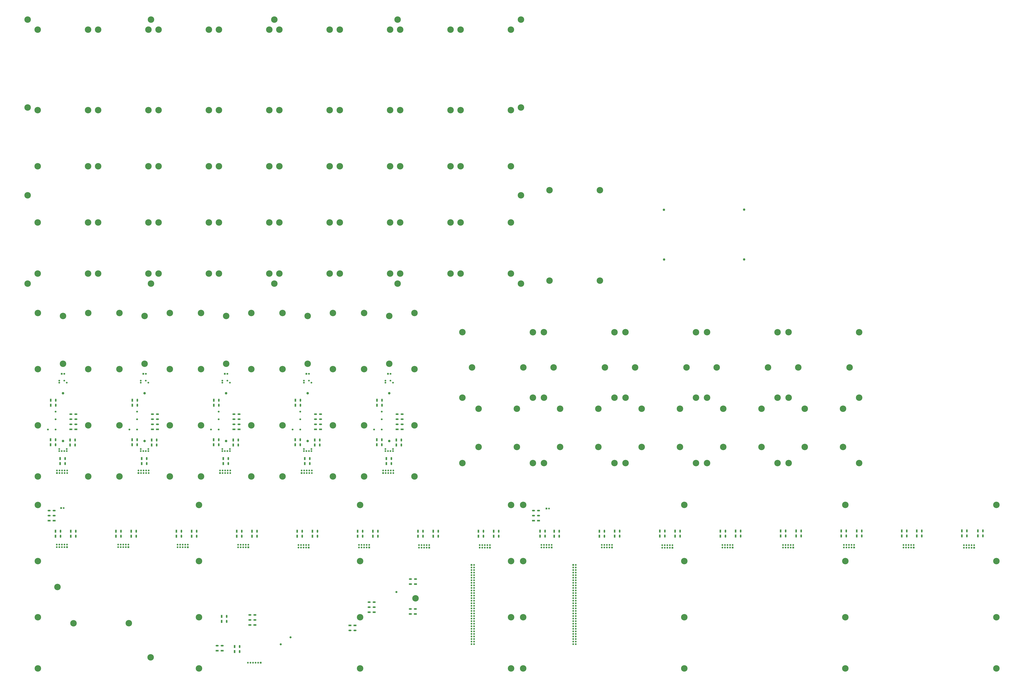
<source format=gbr>
%TF.GenerationSoftware,KiCad,Pcbnew,7.0.8*%
%TF.CreationDate,2023-11-15T12:02:35+01:00*%
%TF.ProjectId,JL,4a4c2e6b-6963-4616-945f-706362585858,rev?*%
%TF.SameCoordinates,Original*%
%TF.FileFunction,Soldermask,Bot*%
%TF.FilePolarity,Negative*%
%FSLAX46Y46*%
G04 Gerber Fmt 4.6, Leading zero omitted, Abs format (unit mm)*
G04 Created by KiCad (PCBNEW 7.0.8) date 2023-11-15 12:02:35*
%MOMM*%
%LPD*%
G01*
G04 APERTURE LIST*
%ADD10C,2.286000*%
%ADD11C,0.800000*%
%ADD12C,6.400000*%
%ADD13R,1.500000X3.000000*%
%ADD14O,1.500000X3.000000*%
%ADD15R,1.700000X1.700000*%
%ADD16O,1.700000X1.700000*%
%ADD17R,3.000000X1.500000*%
%ADD18O,3.000000X1.500000*%
%ADD19C,1.803400*%
%ADD20C,2.000000*%
%ADD21C,1.700000*%
%ADD22C,2.400000*%
%ADD23R,1.800000X1.800000*%
%ADD24C,1.800000*%
G04 APERTURE END LIST*
D10*
%TO.C,REF\u002A\u002A*%
X712500000Y-350250000D03*
X712700000Y-399750000D03*
X792200000Y-350150000D03*
X792200000Y-399650000D03*
%TD*%
D11*
%TO.C,H152*%
X300320682Y-615373023D03*
X301023626Y-613675967D03*
X301023626Y-617070079D03*
X302720682Y-612973023D03*
D12*
X302720682Y-615373023D03*
D11*
X302720682Y-617773023D03*
X304417738Y-613675967D03*
X304417738Y-617070079D03*
X305120682Y-615373023D03*
%TD*%
%TO.C,H267*%
X822950000Y-472050000D03*
X823652944Y-470352944D03*
X823652944Y-473747056D03*
X825350000Y-469650000D03*
D12*
X825350000Y-472050000D03*
D11*
X825350000Y-474450000D03*
X827047056Y-470352944D03*
X827047056Y-473747056D03*
X827750000Y-472050000D03*
%TD*%
%TO.C,H198*%
X381320682Y-452873023D03*
X382023626Y-451175967D03*
X382023626Y-454570079D03*
X383720682Y-450473023D03*
D12*
X383720682Y-452873023D03*
D11*
X383720682Y-455273023D03*
X385417738Y-451175967D03*
X385417738Y-454570079D03*
X386120682Y-452873023D03*
%TD*%
D13*
%TO.C,J510*%
X346470682Y-539623023D03*
X346470682Y-544623023D03*
D14*
X351470682Y-539623023D03*
X351470682Y-544623023D03*
%TD*%
D11*
%TO.C,H187*%
X381320682Y-615373023D03*
X382023626Y-613675967D03*
X382023626Y-617070079D03*
X383720682Y-612973023D03*
D12*
X383720682Y-615373023D03*
D11*
X383720682Y-617773023D03*
X385417738Y-613675967D03*
X385417738Y-617070079D03*
X386120682Y-615373023D03*
%TD*%
D13*
%TO.C,J8*%
X888579716Y-669546648D03*
X888579716Y-674546648D03*
D14*
X893579716Y-669546648D03*
X893579716Y-674546648D03*
%TD*%
D11*
%TO.C,H108*%
X890302944Y-755346648D03*
X891005888Y-753649592D03*
X891005888Y-757043704D03*
X892702944Y-752946648D03*
D12*
X892702944Y-755346648D03*
D11*
X892702944Y-757746648D03*
X894400000Y-753649592D03*
X894400000Y-757043704D03*
X895102944Y-755346648D03*
%TD*%
%TO.C,H252*%
X741950000Y-537050000D03*
X742652944Y-535352944D03*
X742652944Y-538747056D03*
X744350000Y-534650000D03*
D12*
X744350000Y-537050000D03*
D11*
X744350000Y-539450000D03*
X746047056Y-535352944D03*
X746047056Y-538747056D03*
X746750000Y-537050000D03*
%TD*%
%TO.C,H258*%
X822950000Y-602050000D03*
X823652944Y-600352944D03*
X823652944Y-603747056D03*
X825350000Y-599650000D03*
D12*
X825350000Y-602050000D03*
D11*
X825350000Y-604450000D03*
X827047056Y-600352944D03*
X827047056Y-603747056D03*
X827750000Y-602050000D03*
%TD*%
%TO.C,H272*%
X888000000Y-586050000D03*
X888702944Y-584352944D03*
X888702944Y-587747056D03*
X890400000Y-583650000D03*
D12*
X890400000Y-586050000D03*
D11*
X890400000Y-588450000D03*
X892097056Y-584352944D03*
X892097056Y-587747056D03*
X892800000Y-586050000D03*
%TD*%
%TO.C,H235*%
X607000000Y-586050000D03*
X607702944Y-584352944D03*
X607702944Y-587747056D03*
X609400000Y-583650000D03*
D12*
X609400000Y-586050000D03*
D11*
X609400000Y-588450000D03*
X611097056Y-584352944D03*
X611097056Y-587747056D03*
X611800000Y-586050000D03*
%TD*%
%TO.C,H108*%
X88300682Y-643708023D03*
X89003626Y-642010967D03*
X89003626Y-645405079D03*
X90700682Y-641308023D03*
D12*
X90700682Y-643708023D03*
D11*
X90700682Y-646108023D03*
X92397738Y-642010967D03*
X92397738Y-645405079D03*
X93100682Y-643708023D03*
%TD*%
%TO.C,H270*%
X903950000Y-602050000D03*
X904652944Y-600352944D03*
X904652944Y-603747056D03*
X906350000Y-599650000D03*
D12*
X906350000Y-602050000D03*
D11*
X906350000Y-604450000D03*
X908047056Y-600352944D03*
X908047056Y-603747056D03*
X908750000Y-602050000D03*
%TD*%
%TO.C,H266*%
X813500000Y-507050000D03*
X814202944Y-505352944D03*
X814202944Y-508747056D03*
X815900000Y-504650000D03*
D12*
X815900000Y-507050000D03*
D11*
X815900000Y-509450000D03*
X817597056Y-505352944D03*
X817597056Y-508747056D03*
X818300000Y-507050000D03*
%TD*%
%TO.C,H256*%
X671902944Y-471997056D03*
X672605888Y-470300000D03*
X672605888Y-473694112D03*
X674302944Y-469597056D03*
D12*
X674302944Y-471997056D03*
D11*
X674302944Y-474397056D03*
X676000000Y-470300000D03*
X676000000Y-473694112D03*
X676702944Y-471997056D03*
%TD*%
%TO.C,H113*%
X219320682Y-564539689D03*
X220023626Y-562842633D03*
X220023626Y-566236745D03*
X221720682Y-562139689D03*
D12*
X221720682Y-564539689D03*
D11*
X221720682Y-566939689D03*
X223417738Y-562842633D03*
X223417738Y-566236745D03*
X224120682Y-564539689D03*
%TD*%
%TO.C,H108*%
X730302944Y-643679982D03*
X731005888Y-641982926D03*
X731005888Y-645377038D03*
X732702944Y-641279982D03*
D12*
X732702944Y-643679982D03*
D11*
X732702944Y-646079982D03*
X734400000Y-641982926D03*
X734400000Y-645377038D03*
X735102944Y-643679982D03*
%TD*%
D13*
%TO.C,SW509*%
X265320682Y-578873023D03*
X265320682Y-583873023D03*
D14*
X270320682Y-578873023D03*
X270320682Y-583873023D03*
%TD*%
D11*
%TO.C,H108*%
X408300682Y-643708023D03*
X409003626Y-642010967D03*
X409003626Y-645405079D03*
X410700682Y-641308023D03*
D12*
X410700682Y-643708023D03*
D11*
X410700682Y-646108023D03*
X412397738Y-642010967D03*
X412397738Y-645405079D03*
X413100682Y-643708023D03*
%TD*%
%TO.C,H157*%
X388150682Y-362891355D03*
X388853626Y-361194299D03*
X388853626Y-364588411D03*
X390550682Y-360491355D03*
D12*
X390550682Y-362891355D03*
D11*
X390550682Y-365291355D03*
X392247738Y-361194299D03*
X392247738Y-364588411D03*
X392950682Y-362891355D03*
%TD*%
%TO.C,H108*%
X596500000Y-420750000D03*
X597202944Y-419052944D03*
X597202944Y-422447056D03*
X598900000Y-418350000D03*
D12*
X598900000Y-420750000D03*
D11*
X598900000Y-423150000D03*
X600597056Y-419052944D03*
X600597056Y-422447056D03*
X601300000Y-420750000D03*
%TD*%
D15*
%TO.C,J105*%
X359720682Y-686088023D03*
D16*
X359720682Y-683548023D03*
X357180682Y-686088023D03*
X357180682Y-683548023D03*
X354640682Y-686088023D03*
X354640682Y-683548023D03*
X352100682Y-686088023D03*
X352100682Y-683548023D03*
X349560682Y-686088023D03*
X349560682Y-683548023D03*
%TD*%
D11*
%TO.C,H153*%
X378150682Y-251224689D03*
X378853626Y-249527633D03*
X378853626Y-252921745D03*
X380550682Y-248824689D03*
D12*
X380550682Y-251224689D03*
D11*
X380550682Y-253624689D03*
X382247738Y-249527633D03*
X382247738Y-252921745D03*
X382950682Y-251224689D03*
%TD*%
%TO.C,H202*%
X412320682Y-564539689D03*
X413023626Y-562842633D03*
X413023626Y-566236745D03*
X414720682Y-562139689D03*
D12*
X414720682Y-564539689D03*
D11*
X414720682Y-566939689D03*
X416417738Y-562842633D03*
X416417738Y-566236745D03*
X417120682Y-564539689D03*
%TD*%
D13*
%TO.C,J502*%
X103470682Y-539623023D03*
X103470682Y-544623023D03*
D14*
X108470682Y-539623023D03*
X108470682Y-544623023D03*
%TD*%
D11*
%TO.C,H231*%
X558150682Y-171224689D03*
X558853626Y-169527633D03*
X558853626Y-172921745D03*
X560550682Y-168824689D03*
D12*
X560550682Y-171224689D03*
D11*
X560550682Y-173624689D03*
X562247738Y-169527633D03*
X562247738Y-172921745D03*
X562950682Y-171224689D03*
%TD*%
%TO.C,H177*%
X508150682Y-362891355D03*
X508853626Y-361194299D03*
X508853626Y-364588411D03*
X510550682Y-360491355D03*
D12*
X510550682Y-362891355D03*
D11*
X510550682Y-365291355D03*
X512247738Y-361194299D03*
X512247738Y-364588411D03*
X512950682Y-362891355D03*
%TD*%
%TO.C,H176*%
X558150682Y-413724689D03*
X558853626Y-412027633D03*
X558853626Y-415421745D03*
X560550682Y-411324689D03*
D12*
X560550682Y-413724689D03*
D11*
X560550682Y-416124689D03*
X562247738Y-412027633D03*
X562247738Y-415421745D03*
X562950682Y-413724689D03*
%TD*%
%TO.C,H123*%
X198150682Y-251224689D03*
X198853626Y-249527633D03*
X198853626Y-252921745D03*
X200550682Y-248824689D03*
D12*
X200550682Y-251224689D03*
D11*
X200550682Y-253624689D03*
X202247738Y-249527633D03*
X202247738Y-252921745D03*
X202950682Y-251224689D03*
%TD*%
%TO.C,H161*%
X388150682Y-251224689D03*
X388853626Y-249527633D03*
X388853626Y-252921745D03*
X390550682Y-248824689D03*
D12*
X390550682Y-251224689D03*
D11*
X390550682Y-253624689D03*
X392247738Y-249527633D03*
X392247738Y-252921745D03*
X392950682Y-251224689D03*
%TD*%
%TO.C,H132*%
X194300682Y-455874689D03*
X195003626Y-454177633D03*
X195003626Y-457571745D03*
X196700682Y-453474689D03*
D12*
X196700682Y-455874689D03*
D11*
X196700682Y-458274689D03*
X198397738Y-454177633D03*
X198397738Y-457571745D03*
X199100682Y-455874689D03*
%TD*%
D13*
%TO.C,J503*%
X363410682Y-669798023D03*
X363410682Y-674798023D03*
D14*
X368410682Y-669798023D03*
X368410682Y-674798023D03*
%TD*%
D11*
%TO.C,H136*%
X318150682Y-413724689D03*
X318853626Y-412027633D03*
X318853626Y-415421745D03*
X320550682Y-411324689D03*
D12*
X320550682Y-413724689D03*
D11*
X320550682Y-416124689D03*
X322247738Y-412027633D03*
X322247738Y-415421745D03*
X322950682Y-413724689D03*
%TD*%
%TO.C,H108*%
X248300682Y-643708023D03*
X249003626Y-642010967D03*
X249003626Y-645405079D03*
X250700682Y-641308023D03*
D12*
X250700682Y-643708023D03*
D11*
X250700682Y-646108023D03*
X252397738Y-642010967D03*
X252397738Y-645405079D03*
X253100682Y-643708023D03*
%TD*%
%TO.C,H204*%
X412320682Y-508706356D03*
X413023626Y-507009300D03*
X413023626Y-510403412D03*
X414720682Y-506306356D03*
D12*
X414720682Y-508706356D03*
D11*
X414720682Y-511106356D03*
X416417738Y-507009300D03*
X416417738Y-510403412D03*
X417120682Y-508706356D03*
%TD*%
%TO.C,H236*%
X645000000Y-586050000D03*
X645702944Y-584352944D03*
X645702944Y-587747056D03*
X647400000Y-583650000D03*
D12*
X647400000Y-586050000D03*
D11*
X647400000Y-588450000D03*
X649097056Y-584352944D03*
X649097056Y-587747056D03*
X649800000Y-586050000D03*
%TD*%
%TO.C,H240*%
X660950000Y-537050000D03*
X661652944Y-535352944D03*
X661652944Y-538747056D03*
X663350000Y-534650000D03*
D12*
X663350000Y-537050000D03*
D11*
X663350000Y-539450000D03*
X665047056Y-535352944D03*
X665047056Y-538747056D03*
X665750000Y-537050000D03*
%TD*%
%TO.C,H215*%
X323121872Y-161229689D03*
X323824816Y-159532633D03*
X323824816Y-162926745D03*
X325521872Y-158829689D03*
D12*
X325521872Y-161229689D03*
D11*
X325521872Y-163629689D03*
X327218928Y-159532633D03*
X327218928Y-162926745D03*
X327921872Y-161229689D03*
%TD*%
%TO.C,H108*%
X564000000Y-586050000D03*
X564702944Y-584352944D03*
X564702944Y-587747056D03*
X566400000Y-583650000D03*
D12*
X566400000Y-586050000D03*
D11*
X566400000Y-588450000D03*
X568097056Y-584352944D03*
X568097056Y-587747056D03*
X568800000Y-586050000D03*
%TD*%
D13*
%TO.C,J15*%
X648429716Y-669846648D03*
X648429716Y-674846648D03*
D14*
X653429716Y-669846648D03*
X653429716Y-674846648D03*
%TD*%
D11*
%TO.C,H191*%
X568121872Y-335896355D03*
X568824816Y-334199299D03*
X568824816Y-337593411D03*
X570521872Y-333496355D03*
D12*
X570521872Y-335896355D03*
D11*
X570521872Y-338296355D03*
X572218928Y-334199299D03*
X572218928Y-337593411D03*
X572921872Y-335896355D03*
%TD*%
%TO.C,H162*%
X300320682Y-564539689D03*
X301023626Y-562842633D03*
X301023626Y-566236745D03*
X302720682Y-562139689D03*
D12*
X302720682Y-564539689D03*
D11*
X302720682Y-566939689D03*
X304417738Y-562842633D03*
X304417738Y-566236745D03*
X305120682Y-564539689D03*
%TD*%
%TO.C,H229*%
X498150682Y-171224689D03*
X498853626Y-169527633D03*
X498853626Y-172921745D03*
X500550682Y-168824689D03*
D12*
X500550682Y-171224689D03*
D11*
X500550682Y-173624689D03*
X502247738Y-169527633D03*
X502247738Y-172921745D03*
X502950682Y-171224689D03*
%TD*%
%TO.C,H222*%
X268150682Y-171224689D03*
X268853626Y-169527633D03*
X268853626Y-172921745D03*
X270550682Y-168824689D03*
D12*
X270550682Y-171224689D03*
D11*
X270550682Y-173624689D03*
X272247738Y-169527633D03*
X272247738Y-172921745D03*
X272950682Y-171224689D03*
%TD*%
%TO.C,H185*%
X300320682Y-452873023D03*
X301023626Y-451175967D03*
X301023626Y-454570079D03*
X302720682Y-450473023D03*
D12*
X302720682Y-452873023D03*
D11*
X302720682Y-455273023D03*
X304417738Y-451175967D03*
X304417738Y-454570079D03*
X305120682Y-452873023D03*
%TD*%
D17*
%TO.C,J120*%
X460580682Y-752135523D03*
X465580682Y-752135523D03*
D18*
X460580682Y-747135523D03*
X465580682Y-747135523D03*
%TD*%
D13*
%TO.C,SW514*%
X446720682Y-579123023D03*
X446720682Y-584123023D03*
D14*
X451720682Y-579123023D03*
X451720682Y-584123023D03*
%TD*%
D11*
%TO.C,H143*%
X318150682Y-251224689D03*
X318853626Y-249527633D03*
X318853626Y-252921745D03*
X320550682Y-248824689D03*
D12*
X320550682Y-251224689D03*
D11*
X320550682Y-253624689D03*
X322247738Y-249527633D03*
X322247738Y-252921745D03*
X322950682Y-251224689D03*
%TD*%
D15*
%TO.C,J109*%
X600949716Y-686019982D03*
D16*
X600949716Y-683479982D03*
X598409716Y-686019982D03*
X598409716Y-683479982D03*
X595869716Y-686019982D03*
X595869716Y-683479982D03*
X593329716Y-686019982D03*
X593329716Y-683479982D03*
X590789716Y-686019982D03*
X590789716Y-683479982D03*
%TD*%
D11*
%TO.C,H247*%
X688000000Y-586050000D03*
X688702944Y-584352944D03*
X688702944Y-587747056D03*
X690400000Y-583650000D03*
D12*
X690400000Y-586050000D03*
D11*
X690400000Y-588450000D03*
X692097056Y-584352944D03*
X692097056Y-587747056D03*
X692800000Y-586050000D03*
%TD*%
%TO.C,H200*%
X412320682Y-615373023D03*
X413023626Y-613675967D03*
X413023626Y-617070079D03*
X414720682Y-612973023D03*
D12*
X414720682Y-615373023D03*
D11*
X414720682Y-617773023D03*
X416417738Y-613675967D03*
X416417738Y-617070079D03*
X417120682Y-615373023D03*
%TD*%
%TO.C,H194*%
X78121872Y-423729689D03*
X78824816Y-422032633D03*
X78824816Y-425426745D03*
X80521872Y-421329689D03*
D12*
X80521872Y-423729689D03*
D11*
X80521872Y-426129689D03*
X82218928Y-422032633D03*
X82218928Y-425426745D03*
X82921872Y-423729689D03*
%TD*%
%TO.C,H108*%
X88320682Y-452873023D03*
X89023626Y-451175967D03*
X89023626Y-454570079D03*
X90720682Y-450473023D03*
D12*
X90720682Y-452873023D03*
D11*
X90720682Y-455273023D03*
X92417738Y-451175967D03*
X92417738Y-454570079D03*
X93120682Y-452873023D03*
%TD*%
%TO.C,H108*%
X579950000Y-602050000D03*
X580652944Y-600352944D03*
X580652944Y-603747056D03*
X582350000Y-599650000D03*
D12*
X582350000Y-602050000D03*
D11*
X582350000Y-604450000D03*
X584047056Y-600352944D03*
X584047056Y-603747056D03*
X584750000Y-602050000D03*
%TD*%
%TO.C,H226*%
X388150682Y-171224689D03*
X388853626Y-169527633D03*
X388853626Y-172921745D03*
X390550682Y-168824689D03*
D12*
X390550682Y-171224689D03*
D11*
X390550682Y-173624689D03*
X392247738Y-169527633D03*
X392247738Y-172921745D03*
X392950682Y-171224689D03*
%TD*%
%TO.C,H244*%
X590902944Y-471997056D03*
X591605888Y-470300000D03*
X591605888Y-473694112D03*
X593302944Y-469597056D03*
D12*
X593302944Y-471997056D03*
D11*
X593302944Y-474397056D03*
X595000000Y-470300000D03*
X595000000Y-473694112D03*
X595702944Y-471997056D03*
%TD*%
D13*
%TO.C,J7*%
X903979716Y-669546648D03*
X903979716Y-674546648D03*
D14*
X908979716Y-669546648D03*
X908979716Y-674546648D03*
%TD*%
D15*
%TO.C,J104*%
X299780682Y-685788023D03*
D16*
X299780682Y-683248023D03*
X297240682Y-685788023D03*
X297240682Y-683248023D03*
X294700682Y-685788023D03*
X294700682Y-683248023D03*
X292160682Y-685788023D03*
X292160682Y-683248023D03*
X289620682Y-685788023D03*
X289620682Y-683248023D03*
%TD*%
D11*
%TO.C,H163*%
X250320682Y-508706356D03*
X251023626Y-507009300D03*
X251023626Y-510403412D03*
X252720682Y-506306356D03*
D12*
X252720682Y-508706356D03*
D11*
X252720682Y-511106356D03*
X254417738Y-507009300D03*
X254417738Y-510403412D03*
X255120682Y-508706356D03*
%TD*%
%TO.C,H224*%
X328150682Y-171224689D03*
X328853626Y-169527633D03*
X328853626Y-172921745D03*
X330550682Y-168824689D03*
D12*
X330550682Y-171224689D03*
D11*
X330550682Y-173624689D03*
X332247738Y-169527633D03*
X332247738Y-172921745D03*
X332950682Y-171224689D03*
%TD*%
D13*
%TO.C,J2*%
X589479716Y-669746648D03*
X589479716Y-674746648D03*
D14*
X594479716Y-669746648D03*
X594479716Y-674746648D03*
%TD*%
D11*
%TO.C,H150*%
X378150682Y-307058022D03*
X378853626Y-305360966D03*
X378853626Y-308755078D03*
X380550682Y-304658022D03*
D12*
X380550682Y-307058022D03*
D11*
X380550682Y-309458022D03*
X382247738Y-305360966D03*
X382247738Y-308755078D03*
X382950682Y-307058022D03*
%TD*%
%TO.C,H126*%
X258150682Y-413724689D03*
X258853626Y-412027633D03*
X258853626Y-415421745D03*
X260550682Y-411324689D03*
D12*
X260550682Y-413724689D03*
D11*
X260550682Y-416124689D03*
X262247738Y-412027633D03*
X262247738Y-415421745D03*
X262950682Y-413724689D03*
%TD*%
D17*
%TO.C,J202*%
X101890682Y-659358023D03*
X106890682Y-659358023D03*
D18*
X101890682Y-654358023D03*
X106890682Y-654358023D03*
X101890682Y-649358023D03*
X106890682Y-649358023D03*
%TD*%
D11*
%TO.C,H108*%
X408300682Y-699541356D03*
X409003626Y-697844300D03*
X409003626Y-701238412D03*
X410700682Y-697141356D03*
D12*
X410700682Y-699541356D03*
D11*
X410700682Y-701941356D03*
X412397738Y-697844300D03*
X412397738Y-701238412D03*
X413100682Y-699541356D03*
%TD*%
%TO.C,H108*%
X890302944Y-806179982D03*
X891005888Y-804482926D03*
X891005888Y-807877038D03*
X892702944Y-803779982D03*
D12*
X892702944Y-806179982D03*
D11*
X892702944Y-808579982D03*
X894400000Y-804482926D03*
X894400000Y-807877038D03*
X895102944Y-806179982D03*
%TD*%
%TO.C,H108*%
X730302944Y-806179982D03*
X731005888Y-804482926D03*
X731005888Y-807877038D03*
X732702944Y-803779982D03*
D12*
X732702944Y-806179982D03*
D11*
X732702944Y-808579982D03*
X734400000Y-804482926D03*
X734400000Y-807877038D03*
X735102944Y-806179982D03*
%TD*%
%TO.C,H165*%
X448150682Y-413724689D03*
X448853626Y-412027633D03*
X448853626Y-415421745D03*
X450550682Y-411324689D03*
D12*
X450550682Y-413724689D03*
D11*
X450550682Y-416124689D03*
X452247738Y-412027633D03*
X452247738Y-415421745D03*
X452950682Y-413724689D03*
%TD*%
%TO.C,H193*%
X381320682Y-508706356D03*
X382023626Y-507009300D03*
X382023626Y-510403412D03*
X383720682Y-506306356D03*
D12*
X383720682Y-508706356D03*
D11*
X383720682Y-511106356D03*
X385417738Y-507009300D03*
X385417738Y-510403412D03*
X386120682Y-508706356D03*
%TD*%
D15*
%TO.C,J1*%
X311980682Y-800574689D03*
D16*
X309440682Y-800574689D03*
X306900682Y-800574689D03*
X304360682Y-800574689D03*
X301820682Y-800574689D03*
X299280682Y-800574689D03*
%TD*%
D11*
%TO.C,H186*%
X331320682Y-615373023D03*
X332023626Y-613675967D03*
X332023626Y-617070079D03*
X333720682Y-612973023D03*
D12*
X333720682Y-615373023D03*
D11*
X333720682Y-617773023D03*
X335417738Y-613675967D03*
X335417738Y-617070079D03*
X336120682Y-615373023D03*
%TD*%
%TO.C,H146*%
X378150682Y-413724689D03*
X378853626Y-412027633D03*
X378853626Y-415421745D03*
X380550682Y-411324689D03*
D12*
X380550682Y-413724689D03*
D11*
X380550682Y-416124689D03*
X382247738Y-412027633D03*
X382247738Y-415421745D03*
X382950682Y-413724689D03*
%TD*%
D17*
%TO.C,U505*%
X447470682Y-568523023D03*
X452470682Y-568523023D03*
D18*
X447470682Y-563523023D03*
X452470682Y-563523023D03*
X447470682Y-558523023D03*
X452470682Y-558523023D03*
X447470682Y-553523023D03*
X452470682Y-553523023D03*
%TD*%
D17*
%TO.C,U504*%
X366470682Y-568523023D03*
X371470682Y-568523023D03*
D18*
X366470682Y-563523023D03*
X371470682Y-563523023D03*
X366470682Y-558523023D03*
X371470682Y-558523023D03*
X366470682Y-553523023D03*
X371470682Y-553523023D03*
%TD*%
D11*
%TO.C,H108*%
X1040302944Y-806179982D03*
X1041005888Y-804482926D03*
X1041005888Y-807877038D03*
X1042702944Y-803779982D03*
D12*
X1042702944Y-806179982D03*
D11*
X1042702944Y-808579982D03*
X1044400000Y-804482926D03*
X1044400000Y-807877038D03*
X1045102944Y-806179982D03*
%TD*%
%TO.C,H135*%
X268150682Y-413724689D03*
X268853626Y-412027633D03*
X268853626Y-415421745D03*
X270550682Y-411324689D03*
D12*
X270550682Y-413724689D03*
D11*
X270550682Y-416124689D03*
X272247738Y-412027633D03*
X272247738Y-415421745D03*
X272950682Y-413724689D03*
%TD*%
D13*
%TO.C,J503*%
X423410682Y-669798023D03*
X423410682Y-674798023D03*
D14*
X428410682Y-669798023D03*
X428410682Y-674798023D03*
%TD*%
D13*
%TO.C,J504*%
X528260682Y-669798023D03*
X528260682Y-674798023D03*
D14*
X533260682Y-669798023D03*
X533260682Y-674798023D03*
%TD*%
D11*
%TO.C,H166*%
X498150682Y-413724689D03*
X498853626Y-412027633D03*
X498853626Y-415421745D03*
X500550682Y-411324689D03*
D12*
X500550682Y-413724689D03*
D11*
X500550682Y-416124689D03*
X502247738Y-412027633D03*
X502247738Y-415421745D03*
X502950682Y-413724689D03*
%TD*%
%TO.C,H108*%
X138150682Y-362891355D03*
X138853626Y-361194299D03*
X138853626Y-364588411D03*
X140550682Y-360491355D03*
D12*
X140550682Y-362891355D03*
D11*
X140550682Y-365291355D03*
X142247738Y-361194299D03*
X142247738Y-364588411D03*
X142950682Y-362891355D03*
%TD*%
%TO.C,H108*%
X570302944Y-643679982D03*
X571005888Y-641982926D03*
X571005888Y-645377038D03*
X572702944Y-641279982D03*
D12*
X572702944Y-643679982D03*
D11*
X572702944Y-646079982D03*
X574400000Y-641982926D03*
X574400000Y-645377038D03*
X575102944Y-643679982D03*
%TD*%
D13*
%TO.C,SW505*%
X203720682Y-579123023D03*
X203720682Y-584123023D03*
D14*
X208720682Y-579123023D03*
X208720682Y-584123023D03*
%TD*%
D11*
%TO.C,H171*%
X448150682Y-251224689D03*
X448853626Y-249527633D03*
X448853626Y-252921745D03*
X450550682Y-248824689D03*
D12*
X450550682Y-251224689D03*
D11*
X450550682Y-253624689D03*
X452247738Y-249527633D03*
X452247738Y-252921745D03*
X452950682Y-251224689D03*
%TD*%
%TO.C,H108*%
X526000000Y-548050000D03*
X526702944Y-546352944D03*
X526702944Y-549747056D03*
X528400000Y-545650000D03*
D12*
X528400000Y-548050000D03*
D11*
X528400000Y-550450000D03*
X530097056Y-546352944D03*
X530097056Y-549747056D03*
X530800000Y-548050000D03*
%TD*%
%TO.C,H108*%
X248300682Y-806208023D03*
X249003626Y-804510967D03*
X249003626Y-807905079D03*
X250700682Y-803808023D03*
D12*
X250700682Y-806208023D03*
D11*
X250700682Y-808608023D03*
X252397738Y-804510967D03*
X252397738Y-807905079D03*
X253100682Y-806208023D03*
%TD*%
%TO.C,H108*%
X564000000Y-548050000D03*
X564702944Y-546352944D03*
X564702944Y-549747056D03*
X566400000Y-545650000D03*
D12*
X566400000Y-548050000D03*
D11*
X566400000Y-550450000D03*
X568097056Y-546352944D03*
X568097056Y-549747056D03*
X568800000Y-548050000D03*
%TD*%
D13*
%TO.C,J503*%
X543410682Y-669798023D03*
X543410682Y-674798023D03*
D14*
X548410682Y-669798023D03*
X548410682Y-674798023D03*
%TD*%
D11*
%TO.C,H108*%
X408300682Y-755374689D03*
X409003626Y-753677633D03*
X409003626Y-757071745D03*
X410700682Y-752974689D03*
D12*
X410700682Y-755374689D03*
D11*
X410700682Y-757774689D03*
X412397738Y-753677633D03*
X412397738Y-757071745D03*
X413100682Y-755374689D03*
%TD*%
D13*
%TO.C,SW515*%
X427320682Y-578873023D03*
X427320682Y-583873023D03*
D14*
X432320682Y-578873023D03*
X432320682Y-583873023D03*
%TD*%
D19*
%TO.C,K502*%
X189280682Y-568763023D03*
X181660682Y-568763023D03*
X189280682Y-558603023D03*
X189280682Y-550983023D03*
%TD*%
D11*
%TO.C,H122*%
X219320682Y-508706356D03*
X220023626Y-507009300D03*
X220023626Y-510403412D03*
X221720682Y-506306356D03*
D12*
X221720682Y-508706356D03*
D11*
X221720682Y-511106356D03*
X223417738Y-507009300D03*
X223417738Y-510403412D03*
X224120682Y-508706356D03*
%TD*%
%TO.C,H108*%
X138150682Y-251224689D03*
X138853626Y-249527633D03*
X138853626Y-252921745D03*
X140550682Y-248824689D03*
D12*
X140550682Y-251224689D03*
D11*
X140550682Y-253624689D03*
X142247738Y-249527633D03*
X142247738Y-252921745D03*
X142950682Y-251224689D03*
%TD*%
D13*
%TO.C,SW201*%
X286085682Y-784448023D03*
X286085682Y-789448023D03*
D14*
X291085682Y-784448023D03*
X291085682Y-789448023D03*
%TD*%
D11*
%TO.C,H184*%
X250320682Y-452873023D03*
X251023626Y-451175967D03*
X251023626Y-454570079D03*
X252720682Y-450473023D03*
D12*
X252720682Y-452873023D03*
D11*
X252720682Y-455273023D03*
X254417738Y-451175967D03*
X254417738Y-454570079D03*
X255120682Y-452873023D03*
%TD*%
%TO.C,H151*%
X328150682Y-251224689D03*
X328853626Y-249527633D03*
X328853626Y-252921745D03*
X330550682Y-248824689D03*
D12*
X330550682Y-251224689D03*
D11*
X330550682Y-253624689D03*
X332247738Y-249527633D03*
X332247738Y-252921745D03*
X332950682Y-251224689D03*
%TD*%
%TO.C,H208*%
X412320682Y-452873023D03*
X413023626Y-451175967D03*
X413023626Y-454570079D03*
X414720682Y-450473023D03*
D12*
X414720682Y-452873023D03*
D11*
X414720682Y-455273023D03*
X416417738Y-451175967D03*
X416417738Y-454570079D03*
X417120682Y-452873023D03*
%TD*%
D13*
%TO.C,J17*%
X708429716Y-669646648D03*
X708429716Y-674646648D03*
D14*
X713429716Y-669646648D03*
X713429716Y-674646648D03*
%TD*%
D11*
%TO.C,H108*%
X138320682Y-452873023D03*
X139023626Y-451175967D03*
X139023626Y-454570079D03*
X140720682Y-450473023D03*
D12*
X140720682Y-452873023D03*
D11*
X140720682Y-455273023D03*
X142417738Y-451175967D03*
X142417738Y-454570079D03*
X143120682Y-452873023D03*
%TD*%
%TO.C,H263*%
X752950000Y-537050000D03*
X753652944Y-535352944D03*
X753652944Y-538747056D03*
X755350000Y-534650000D03*
D12*
X755350000Y-537050000D03*
D11*
X755350000Y-539450000D03*
X757047056Y-535352944D03*
X757047056Y-538747056D03*
X757750000Y-537050000D03*
%TD*%
D13*
%TO.C,J3*%
X1024279716Y-669446648D03*
X1024279716Y-674446648D03*
D14*
X1029279716Y-669446648D03*
X1029279716Y-674446648D03*
%TD*%
D11*
%TO.C,H111*%
X219320682Y-615373023D03*
X220023626Y-613675967D03*
X220023626Y-617070079D03*
X221720682Y-612973023D03*
D12*
X221720682Y-615373023D03*
D11*
X221720682Y-617773023D03*
X223417738Y-613675967D03*
X223417738Y-617070079D03*
X224120682Y-615373023D03*
%TD*%
D15*
%TO.C,J117*%
X521380682Y-703378023D03*
D16*
X523920682Y-703378023D03*
X521380682Y-705918023D03*
X523920682Y-705918023D03*
X521380682Y-708458023D03*
X523920682Y-708458023D03*
X521380682Y-710998023D03*
X523920682Y-710998023D03*
X521380682Y-713538023D03*
X523920682Y-713538023D03*
X521380682Y-716078023D03*
X523920682Y-716078023D03*
X521380682Y-718618023D03*
X523920682Y-718618023D03*
X521380682Y-721158023D03*
X523920682Y-721158023D03*
X521380682Y-723698023D03*
X523920682Y-723698023D03*
X521380682Y-726238023D03*
X523920682Y-726238023D03*
X521380682Y-728778023D03*
X523920682Y-728778023D03*
X521380682Y-731318023D03*
X523920682Y-731318023D03*
X521380682Y-733858023D03*
X523920682Y-733858023D03*
X521380682Y-736398023D03*
X523920682Y-736398023D03*
X521380682Y-738938023D03*
X523920682Y-738938023D03*
X521380682Y-741478023D03*
X523920682Y-741478023D03*
X521380682Y-744018023D03*
X523920682Y-744018023D03*
X521380682Y-746558023D03*
X523920682Y-746558023D03*
X521380682Y-749098023D03*
X523920682Y-749098023D03*
X521380682Y-751638023D03*
X523920682Y-751638023D03*
X521380682Y-754178023D03*
X523920682Y-754178023D03*
X521380682Y-756718023D03*
X523920682Y-756718023D03*
X521380682Y-759258023D03*
X523920682Y-759258023D03*
X521380682Y-761798023D03*
X523920682Y-761798023D03*
X521380682Y-764338023D03*
X523920682Y-764338023D03*
X521380682Y-766878023D03*
X523920682Y-766878023D03*
X521380682Y-769418023D03*
X523920682Y-769418023D03*
X521380682Y-771958023D03*
X523920682Y-771958023D03*
X521380682Y-774498023D03*
X523920682Y-774498023D03*
X521380682Y-777038023D03*
X523920682Y-777038023D03*
X521380682Y-779578023D03*
X523920682Y-779578023D03*
X521380682Y-782118023D03*
X523920682Y-782118023D03*
%TD*%
D13*
%TO.C,SW508*%
X284720682Y-579123023D03*
X284720682Y-584123023D03*
D14*
X289720682Y-579123023D03*
X289720682Y-584123023D03*
%TD*%
D11*
%TO.C,H190*%
X381320682Y-564539689D03*
X382023626Y-562842633D03*
X382023626Y-566236745D03*
X383720682Y-562139689D03*
D12*
X383720682Y-564539689D03*
D11*
X383720682Y-566939689D03*
X385417738Y-562842633D03*
X385417738Y-566236745D03*
X386120682Y-564539689D03*
%TD*%
%TO.C,H225*%
X378150682Y-171224689D03*
X378853626Y-169527633D03*
X378853626Y-172921745D03*
X380550682Y-168824689D03*
D12*
X380550682Y-171224689D03*
D11*
X380550682Y-173624689D03*
X382247738Y-169527633D03*
X382247738Y-172921745D03*
X382950682Y-171224689D03*
%TD*%
%TO.C,H237*%
X607000000Y-548050000D03*
X607702944Y-546352944D03*
X607702944Y-549747056D03*
X609400000Y-545650000D03*
D12*
X609400000Y-548050000D03*
D11*
X609400000Y-550450000D03*
X611097056Y-546352944D03*
X611097056Y-549747056D03*
X611800000Y-548050000D03*
%TD*%
%TO.C,H178*%
X558150682Y-362891355D03*
X558853626Y-361194299D03*
X558853626Y-364588411D03*
X560550682Y-360491355D03*
D12*
X560550682Y-362891355D03*
D11*
X560550682Y-365291355D03*
X562247738Y-361194299D03*
X562247738Y-364588411D03*
X562950682Y-362891355D03*
%TD*%
%TO.C,H201*%
X462320682Y-615373023D03*
X463023626Y-613675967D03*
X463023626Y-617070079D03*
X464720682Y-612973023D03*
D12*
X464720682Y-615373023D03*
D11*
X464720682Y-617773023D03*
X466417738Y-613675967D03*
X466417738Y-617070079D03*
X467120682Y-615373023D03*
%TD*%
D13*
%TO.C,SW302*%
X273225682Y-754500523D03*
X273225682Y-759500523D03*
D14*
X278225682Y-754500523D03*
X278225682Y-759500523D03*
%TD*%
D17*
%TO.C,U501*%
X123470682Y-568523023D03*
X128470682Y-568523023D03*
D18*
X123470682Y-563523023D03*
X128470682Y-563523023D03*
X123470682Y-558523023D03*
X128470682Y-558523023D03*
X123470682Y-553523023D03*
X128470682Y-553523023D03*
%TD*%
D11*
%TO.C,H239*%
X590950000Y-537050000D03*
X591652944Y-535352944D03*
X591652944Y-538747056D03*
X593350000Y-534650000D03*
D12*
X593350000Y-537050000D03*
D11*
X593350000Y-539450000D03*
X595047056Y-535352944D03*
X595047056Y-538747056D03*
X595750000Y-537050000D03*
%TD*%
D13*
%TO.C,J503*%
X483410682Y-669798023D03*
X483410682Y-674798023D03*
D14*
X488410682Y-669798023D03*
X488410682Y-674798023D03*
%TD*%
D11*
%TO.C,H158*%
X438150682Y-362891355D03*
X438853626Y-361194299D03*
X438853626Y-364588411D03*
X440550682Y-360491355D03*
D12*
X440550682Y-362891355D03*
D11*
X440550682Y-365291355D03*
X442247738Y-361194299D03*
X442247738Y-364588411D03*
X442950682Y-362891355D03*
%TD*%
D13*
%TO.C,SW504*%
X193820682Y-597623023D03*
X193820682Y-602623023D03*
D14*
X198820682Y-597623023D03*
X198820682Y-602623023D03*
%TD*%
D15*
%TO.C,J116*%
X1020609716Y-686219982D03*
D16*
X1020609716Y-683679982D03*
X1018069716Y-686219982D03*
X1018069716Y-683679982D03*
X1015529716Y-686219982D03*
X1015529716Y-683679982D03*
X1012989716Y-686219982D03*
X1012989716Y-683679982D03*
X1010449716Y-686219982D03*
X1010449716Y-683679982D03*
%TD*%
D13*
%TO.C,SW513*%
X436820682Y-597623023D03*
X436820682Y-602623023D03*
D14*
X441820682Y-597623023D03*
X441820682Y-602623023D03*
%TD*%
D11*
%TO.C,H108*%
X570302944Y-699513315D03*
X571005888Y-697816259D03*
X571005888Y-701210371D03*
X572702944Y-697113315D03*
D12*
X572702944Y-699513315D03*
D11*
X572702944Y-701913315D03*
X574400000Y-697816259D03*
X574400000Y-701210371D03*
X575102944Y-699513315D03*
%TD*%
%TO.C,H250*%
X726000000Y-548050000D03*
X726702944Y-546352944D03*
X726702944Y-549747056D03*
X728400000Y-545650000D03*
D12*
X728400000Y-548050000D03*
D11*
X728400000Y-550450000D03*
X730097056Y-546352944D03*
X730097056Y-549747056D03*
X730800000Y-548050000D03*
%TD*%
%TO.C,H118*%
X198150682Y-362891355D03*
X198853626Y-361194299D03*
X198853626Y-364588411D03*
X200550682Y-360491355D03*
D12*
X200550682Y-362891355D03*
D11*
X200550682Y-365291355D03*
X202247738Y-361194299D03*
X202247738Y-364588411D03*
X202950682Y-362891355D03*
%TD*%
%TO.C,H275*%
X833950000Y-537050000D03*
X834652944Y-535352944D03*
X834652944Y-538747056D03*
X836350000Y-534650000D03*
D12*
X836350000Y-537050000D03*
D11*
X836350000Y-539450000D03*
X838047056Y-535352944D03*
X838047056Y-538747056D03*
X838750000Y-537050000D03*
%TD*%
D13*
%TO.C,J11*%
X828429716Y-669546648D03*
X828429716Y-674546648D03*
D14*
X833429716Y-669546648D03*
X833429716Y-674546648D03*
%TD*%
D13*
%TO.C,SW511*%
X365720682Y-579123023D03*
X365720682Y-584123023D03*
D14*
X370720682Y-579123023D03*
X370720682Y-584123023D03*
%TD*%
D13*
%TO.C,SW502*%
X122720682Y-579123023D03*
X122720682Y-584123023D03*
D14*
X127720682Y-579123023D03*
X127720682Y-584123023D03*
%TD*%
D11*
%TO.C,H108*%
X88320682Y-564539689D03*
X89023626Y-562842633D03*
X89023626Y-566236745D03*
X90720682Y-562139689D03*
D12*
X90720682Y-564539689D03*
D11*
X90720682Y-566939689D03*
X92417738Y-562842633D03*
X92417738Y-566236745D03*
X93120682Y-564539689D03*
%TD*%
%TO.C,H230*%
X508150682Y-171224689D03*
X508853626Y-169527633D03*
X508853626Y-172921745D03*
X510550682Y-168824689D03*
D12*
X510550682Y-171224689D03*
D11*
X510550682Y-173624689D03*
X512247738Y-169527633D03*
X512247738Y-172921745D03*
X512950682Y-171224689D03*
%TD*%
%TO.C,H108*%
X408300682Y-806208023D03*
X409003626Y-804510967D03*
X409003626Y-807905079D03*
X410700682Y-803808023D03*
D12*
X410700682Y-806208023D03*
D11*
X410700682Y-808608023D03*
X412397738Y-804510967D03*
X412397738Y-807905079D03*
X413100682Y-806208023D03*
%TD*%
%TO.C,H206*%
X437300682Y-503374689D03*
X438003626Y-501677633D03*
X438003626Y-505071745D03*
X439700682Y-500974689D03*
D12*
X439700682Y-503374689D03*
D11*
X439700682Y-505774689D03*
X441397738Y-501677633D03*
X441397738Y-505071745D03*
X442100682Y-503374689D03*
%TD*%
%TO.C,H276*%
X903950000Y-537050000D03*
X904652944Y-535352944D03*
X904652944Y-538747056D03*
X906350000Y-534650000D03*
D12*
X906350000Y-537050000D03*
D11*
X906350000Y-539450000D03*
X908047056Y-535352944D03*
X908047056Y-538747056D03*
X908750000Y-537050000D03*
%TD*%
%TO.C,H108*%
X526000000Y-586050000D03*
X526702944Y-584352944D03*
X526702944Y-587747056D03*
X528400000Y-583650000D03*
D12*
X528400000Y-586050000D03*
D11*
X528400000Y-588450000D03*
X530097056Y-584352944D03*
X530097056Y-587747056D03*
X530800000Y-586050000D03*
%TD*%
%TO.C,H108*%
X138320682Y-615373023D03*
X139023626Y-613675967D03*
X139023626Y-617070079D03*
X140720682Y-612973023D03*
D12*
X140720682Y-615373023D03*
D11*
X140720682Y-617773023D03*
X142417738Y-613675967D03*
X142417738Y-617070079D03*
X143120682Y-615373023D03*
%TD*%
%TO.C,H188*%
X568121872Y-248563022D03*
X568824816Y-246865966D03*
X568824816Y-250260078D03*
X570521872Y-246163022D03*
D12*
X570521872Y-248563022D03*
D11*
X570521872Y-250963022D03*
X572218928Y-246865966D03*
X572218928Y-250260078D03*
X572921872Y-248563022D03*
%TD*%
%TO.C,H233*%
X590950000Y-602050000D03*
X591652944Y-600352944D03*
X591652944Y-603747056D03*
X593350000Y-599650000D03*
D12*
X593350000Y-602050000D03*
D11*
X593350000Y-604450000D03*
X595047056Y-600352944D03*
X595047056Y-603747056D03*
X595750000Y-602050000D03*
%TD*%
%TO.C,H108*%
X509950000Y-602050000D03*
X510652944Y-600352944D03*
X510652944Y-603747056D03*
X512350000Y-599650000D03*
D12*
X512350000Y-602050000D03*
D11*
X512350000Y-604450000D03*
X514047056Y-600352944D03*
X514047056Y-603747056D03*
X514750000Y-602050000D03*
%TD*%
%TO.C,H154*%
X250320682Y-564539689D03*
X251023626Y-562842633D03*
X251023626Y-566236745D03*
X252720682Y-562139689D03*
D12*
X252720682Y-564539689D03*
D11*
X252720682Y-566939689D03*
X254417738Y-562842633D03*
X254417738Y-566236745D03*
X255120682Y-564539689D03*
%TD*%
%TO.C,H195*%
X356300682Y-503374689D03*
X357003626Y-501677633D03*
X357003626Y-505071745D03*
X358700682Y-500974689D03*
D12*
X358700682Y-503374689D03*
D11*
X358700682Y-505774689D03*
X360397738Y-501677633D03*
X360397738Y-505071745D03*
X361100682Y-503374689D03*
%TD*%
%TO.C,H108*%
X113300682Y-503374689D03*
X114003626Y-501677633D03*
X114003626Y-505071745D03*
X115700682Y-500974689D03*
D12*
X115700682Y-503374689D03*
D11*
X115700682Y-505774689D03*
X117397738Y-501677633D03*
X117397738Y-505071745D03*
X118100682Y-503374689D03*
%TD*%
%TO.C,H133*%
X169320682Y-452873023D03*
X170023626Y-451175967D03*
X170023626Y-454570079D03*
X171720682Y-450473023D03*
D12*
X171720682Y-452873023D03*
D11*
X171720682Y-455273023D03*
X173417738Y-451175967D03*
X173417738Y-454570079D03*
X174120682Y-452873023D03*
%TD*%
%TO.C,H108*%
X88320682Y-508706356D03*
X89023626Y-507009300D03*
X89023626Y-510403412D03*
X90720682Y-506306356D03*
D12*
X90720682Y-508706356D03*
D11*
X90720682Y-511106356D03*
X92417738Y-507009300D03*
X92417738Y-510403412D03*
X93120682Y-508706356D03*
%TD*%
%TO.C,H188*%
X78121872Y-248563022D03*
X78824816Y-246865966D03*
X78824816Y-250260078D03*
X80521872Y-246163022D03*
D12*
X80521872Y-248563022D03*
D11*
X80521872Y-250963022D03*
X82218928Y-246865966D03*
X82218928Y-250260078D03*
X82921872Y-248563022D03*
%TD*%
%TO.C,H121*%
X148150682Y-251224689D03*
X148853626Y-249527633D03*
X148853626Y-252921745D03*
X150550682Y-248824689D03*
D12*
X150550682Y-251224689D03*
D11*
X150550682Y-253624689D03*
X152247738Y-249527633D03*
X152247738Y-252921745D03*
X152950682Y-251224689D03*
%TD*%
%TO.C,H109*%
X169320682Y-615373023D03*
X170023626Y-613675967D03*
X170023626Y-617070079D03*
X171720682Y-612973023D03*
D12*
X171720682Y-615373023D03*
D11*
X171720682Y-617773023D03*
X173417738Y-613675967D03*
X173417738Y-617070079D03*
X174120682Y-615373023D03*
%TD*%
%TO.C,H108*%
X579950000Y-472050000D03*
X580652944Y-470352944D03*
X580652944Y-473747056D03*
X582350000Y-469650000D03*
D12*
X582350000Y-472050000D03*
D11*
X582350000Y-474450000D03*
X584047056Y-470352944D03*
X584047056Y-473747056D03*
X584750000Y-472050000D03*
%TD*%
%TO.C,H108*%
X558300682Y-806208023D03*
X559003626Y-804510967D03*
X559003626Y-807905079D03*
X560700682Y-803808023D03*
D12*
X560700682Y-806208023D03*
D11*
X560700682Y-808608023D03*
X562397738Y-804510967D03*
X562397738Y-807905079D03*
X563100682Y-806208023D03*
%TD*%
%TO.C,H128*%
X258150682Y-362891355D03*
X258853626Y-361194299D03*
X258853626Y-364588411D03*
X260550682Y-360491355D03*
D12*
X260550682Y-362891355D03*
D11*
X260550682Y-365291355D03*
X262247738Y-361194299D03*
X262247738Y-364588411D03*
X262950682Y-362891355D03*
%TD*%
D15*
%TO.C,J103*%
X239620682Y-685748023D03*
D16*
X239620682Y-683208023D03*
X237080682Y-685748023D03*
X237080682Y-683208023D03*
X234540682Y-685748023D03*
X234540682Y-683208023D03*
X232000682Y-685748023D03*
X232000682Y-683208023D03*
X229460682Y-685748023D03*
X229460682Y-683208023D03*
%TD*%
D13*
%TO.C,J504*%
X288260682Y-669798023D03*
X288260682Y-674798023D03*
D14*
X293260682Y-669798023D03*
X293260682Y-674798023D03*
%TD*%
D11*
%TO.C,H108*%
X138150682Y-171224689D03*
X138853626Y-169527633D03*
X138853626Y-172921745D03*
X140550682Y-168824689D03*
D12*
X140550682Y-171224689D03*
D11*
X140550682Y-173624689D03*
X142247738Y-169527633D03*
X142247738Y-172921745D03*
X142950682Y-171224689D03*
%TD*%
%TO.C,H245*%
X671950000Y-602050000D03*
X672652944Y-600352944D03*
X672652944Y-603747056D03*
X674350000Y-599650000D03*
D12*
X674350000Y-602050000D03*
D11*
X674350000Y-604450000D03*
X676047056Y-600352944D03*
X676047056Y-603747056D03*
X676750000Y-602050000D03*
%TD*%
%TO.C,H119*%
X148150682Y-307058022D03*
X148853626Y-305360966D03*
X148853626Y-308755078D03*
X150550682Y-304658022D03*
D12*
X150550682Y-307058022D03*
D11*
X150550682Y-309458022D03*
X152247738Y-305360966D03*
X152247738Y-308755078D03*
X152950682Y-307058022D03*
%TD*%
%TO.C,H407*%
X107770682Y-725298023D03*
X108473626Y-723600967D03*
X108473626Y-726995079D03*
X110170682Y-722898023D03*
D12*
X110170682Y-725298023D03*
D11*
X110170682Y-727698023D03*
X111867738Y-723600967D03*
X111867738Y-726995079D03*
X112570682Y-725298023D03*
%TD*%
D13*
%TO.C,SW510*%
X355820682Y-597623023D03*
X355820682Y-602623023D03*
D14*
X360820682Y-597623023D03*
X360820682Y-602623023D03*
%TD*%
D15*
%TO.C,J114*%
X901339716Y-686009982D03*
D16*
X901339716Y-683469982D03*
X898799716Y-686009982D03*
X898799716Y-683469982D03*
X896259716Y-686009982D03*
X896259716Y-683469982D03*
X893719716Y-686009982D03*
X893719716Y-683469982D03*
X891179716Y-686009982D03*
X891179716Y-683469982D03*
%TD*%
D11*
%TO.C,H142*%
X268150682Y-251224689D03*
X268853626Y-249527633D03*
X268853626Y-252921745D03*
X270550682Y-248824689D03*
D12*
X270550682Y-251224689D03*
D11*
X270550682Y-253624689D03*
X272247738Y-249527633D03*
X272247738Y-252921745D03*
X272950682Y-251224689D03*
%TD*%
%TO.C,H213*%
X568121872Y-423729689D03*
X568824816Y-422032633D03*
X568824816Y-425426745D03*
X570521872Y-421329689D03*
D12*
X570521872Y-423729689D03*
D11*
X570521872Y-426129689D03*
X572218928Y-422032633D03*
X572218928Y-425426745D03*
X572921872Y-423729689D03*
%TD*%
D13*
%TO.C,J9*%
X843779716Y-669546648D03*
X843779716Y-674546648D03*
D14*
X848779716Y-669546648D03*
X848779716Y-674546648D03*
%TD*%
D15*
%TO.C,J102*%
X180620682Y-685648023D03*
D16*
X180620682Y-683108023D03*
X178080682Y-685648023D03*
X178080682Y-683108023D03*
X175540682Y-685648023D03*
X175540682Y-683108023D03*
X173000682Y-685648023D03*
X173000682Y-683108023D03*
X170460682Y-685648023D03*
X170460682Y-683108023D03*
%TD*%
D19*
%TO.C,K504*%
X351280682Y-568763023D03*
X343660682Y-568763023D03*
X351280682Y-558603023D03*
X351280682Y-550983023D03*
%TD*%
D11*
%TO.C,H246*%
X741950000Y-602050000D03*
X742652944Y-600352944D03*
X742652944Y-603747056D03*
X744350000Y-599650000D03*
D12*
X744350000Y-602050000D03*
D11*
X744350000Y-604450000D03*
X746047056Y-600352944D03*
X746047056Y-603747056D03*
X746750000Y-602050000D03*
%TD*%
%TO.C,H108*%
X509902944Y-471997056D03*
X510605888Y-470300000D03*
X510605888Y-473694112D03*
X512302944Y-469597056D03*
D12*
X512302944Y-471997056D03*
D11*
X512302944Y-474397056D03*
X514000000Y-470300000D03*
X514000000Y-473694112D03*
X514702944Y-471997056D03*
%TD*%
%TO.C,H108*%
X88300682Y-699541356D03*
X89003626Y-697844300D03*
X89003626Y-701238412D03*
X90700682Y-697141356D03*
D12*
X90700682Y-699541356D03*
D11*
X90700682Y-701941356D03*
X92397738Y-697844300D03*
X92397738Y-701238412D03*
X93100682Y-699541356D03*
%TD*%
%TO.C,H214*%
X200621872Y-161229689D03*
X201324816Y-159532633D03*
X201324816Y-162926745D03*
X203021872Y-158829689D03*
D12*
X203021872Y-161229689D03*
D11*
X203021872Y-163629689D03*
X204718928Y-159532633D03*
X204718928Y-162926745D03*
X205421872Y-161229689D03*
%TD*%
D15*
%TO.C,J112*%
X780749716Y-686119982D03*
D16*
X780749716Y-683579982D03*
X778209716Y-686119982D03*
X778209716Y-683579982D03*
X775669716Y-686119982D03*
X775669716Y-683579982D03*
X773129716Y-686119982D03*
X773129716Y-683579982D03*
X770589716Y-686119982D03*
X770589716Y-683579982D03*
%TD*%
D11*
%TO.C,H169*%
X448150682Y-307058022D03*
X448853626Y-305360966D03*
X448853626Y-308755078D03*
X450550682Y-304658022D03*
D12*
X450550682Y-307058022D03*
D11*
X450550682Y-309458022D03*
X452247738Y-305360966D03*
X452247738Y-308755078D03*
X452950682Y-307058022D03*
%TD*%
%TO.C,H180*%
X558150682Y-307058022D03*
X558853626Y-305360966D03*
X558853626Y-308755078D03*
X560550682Y-304658022D03*
D12*
X560550682Y-307058022D03*
D11*
X560550682Y-309458022D03*
X562247738Y-305360966D03*
X562247738Y-308755078D03*
X562950682Y-307058022D03*
%TD*%
D13*
%TO.C,J503*%
X123410682Y-669798023D03*
X123410682Y-674798023D03*
D14*
X128410682Y-669798023D03*
X128410682Y-674798023D03*
%TD*%
D11*
%TO.C,H108*%
X138150682Y-307058022D03*
X138853626Y-305360966D03*
X138853626Y-308755078D03*
X140550682Y-304658022D03*
D12*
X140550682Y-307058022D03*
D11*
X140550682Y-309458022D03*
X142247738Y-305360966D03*
X142247738Y-308755078D03*
X142950682Y-307058022D03*
%TD*%
%TO.C,H138*%
X318150682Y-362891355D03*
X318853626Y-361194299D03*
X318853626Y-364588411D03*
X320550682Y-360491355D03*
D12*
X320550682Y-362891355D03*
D11*
X320550682Y-365291355D03*
X322247738Y-361194299D03*
X322247738Y-364588411D03*
X322950682Y-362891355D03*
%TD*%
D13*
%TO.C,J506*%
X184470682Y-539623023D03*
X184470682Y-544623023D03*
D14*
X189470682Y-539623023D03*
X189470682Y-544623023D03*
%TD*%
D11*
%TO.C,H234*%
X660950000Y-602050000D03*
X661652944Y-600352944D03*
X661652944Y-603747056D03*
X663350000Y-599650000D03*
D12*
X663350000Y-602050000D03*
D11*
X663350000Y-604450000D03*
X665047056Y-600352944D03*
X665047056Y-603747056D03*
X665750000Y-602050000D03*
%TD*%
D13*
%TO.C,SW503*%
X103320682Y-578873023D03*
X103320682Y-583873023D03*
D14*
X108320682Y-578873023D03*
X108320682Y-583873023D03*
%TD*%
D11*
%TO.C,H160*%
X438150682Y-307058022D03*
X438853626Y-305360966D03*
X438853626Y-308755078D03*
X440550682Y-304658022D03*
D12*
X440550682Y-307058022D03*
D11*
X440550682Y-309458022D03*
X442247738Y-305360966D03*
X442247738Y-308755078D03*
X442950682Y-307058022D03*
%TD*%
%TO.C,H219*%
X198150682Y-171224689D03*
X198853626Y-169527633D03*
X198853626Y-172921745D03*
X200550682Y-168824689D03*
D12*
X200550682Y-171224689D03*
D11*
X200550682Y-173624689D03*
X202247738Y-169527633D03*
X202247738Y-172921745D03*
X202950682Y-171224689D03*
%TD*%
%TO.C,H155*%
X388150682Y-413724689D03*
X388853626Y-412027633D03*
X388853626Y-415421745D03*
X390550682Y-411324689D03*
D12*
X390550682Y-413724689D03*
D11*
X390550682Y-416124689D03*
X392247738Y-412027633D03*
X392247738Y-415421745D03*
X392950682Y-413724689D03*
%TD*%
%TO.C,H248*%
X726000000Y-586050000D03*
X726702944Y-584352944D03*
X726702944Y-587747056D03*
X728400000Y-583650000D03*
D12*
X728400000Y-586050000D03*
D11*
X728400000Y-588450000D03*
X730097056Y-584352944D03*
X730097056Y-587747056D03*
X730800000Y-586050000D03*
%TD*%
%TO.C,H114*%
X169320682Y-508706356D03*
X170023626Y-507009300D03*
X170023626Y-510403412D03*
X171720682Y-506306356D03*
D12*
X171720682Y-508706356D03*
D11*
X171720682Y-511106356D03*
X173417738Y-507009300D03*
X173417738Y-510403412D03*
X174120682Y-508706356D03*
%TD*%
%TO.C,H108*%
X88150682Y-362891355D03*
X88853626Y-361194299D03*
X88853626Y-364588411D03*
X90550682Y-360491355D03*
D12*
X90550682Y-362891355D03*
D11*
X90550682Y-365291355D03*
X92247738Y-361194299D03*
X92247738Y-364588411D03*
X92950682Y-362891355D03*
%TD*%
%TO.C,H108*%
X88150682Y-413724689D03*
X88853626Y-412027633D03*
X88853626Y-415421745D03*
X90550682Y-411324689D03*
D12*
X90550682Y-413724689D03*
D11*
X90550682Y-416124689D03*
X92247738Y-412027633D03*
X92247738Y-415421745D03*
X92950682Y-413724689D03*
%TD*%
%TO.C,H124*%
X194300682Y-503374689D03*
X195003626Y-501677633D03*
X195003626Y-505071745D03*
X196700682Y-500974689D03*
D12*
X196700682Y-503374689D03*
D11*
X196700682Y-505774689D03*
X198397738Y-501677633D03*
X198397738Y-505071745D03*
X199100682Y-503374689D03*
%TD*%
%TO.C,H227*%
X438150682Y-171224689D03*
X438853626Y-169527633D03*
X438853626Y-172921745D03*
X440550682Y-168824689D03*
D12*
X440550682Y-171224689D03*
D11*
X440550682Y-173624689D03*
X442247738Y-169527633D03*
X442247738Y-172921745D03*
X442950682Y-171224689D03*
%TD*%
%TO.C,H108*%
X248300682Y-755374689D03*
X249003626Y-753677633D03*
X249003626Y-757071745D03*
X250700682Y-752974689D03*
D12*
X250700682Y-755374689D03*
D11*
X250700682Y-757774689D03*
X252397738Y-753677633D03*
X252397738Y-757071745D03*
X253100682Y-755374689D03*
%TD*%
D17*
%TO.C,U502*%
X204470682Y-568523023D03*
X209470682Y-568523023D03*
D18*
X204470682Y-563523023D03*
X209470682Y-563523023D03*
X204470682Y-558523023D03*
X209470682Y-558523023D03*
X204470682Y-553523023D03*
X209470682Y-553523023D03*
%TD*%
D11*
%TO.C,H108*%
X579950000Y-537050000D03*
X580652944Y-535352944D03*
X580652944Y-538747056D03*
X582350000Y-534650000D03*
D12*
X582350000Y-537050000D03*
D11*
X582350000Y-539450000D03*
X584047056Y-535352944D03*
X584047056Y-538747056D03*
X584750000Y-537050000D03*
%TD*%
%TO.C,H108*%
X890302944Y-643679982D03*
X891005888Y-641982926D03*
X891005888Y-645377038D03*
X892702944Y-641279982D03*
D12*
X892702944Y-643679982D03*
D11*
X892702944Y-646079982D03*
X894400000Y-641982926D03*
X894400000Y-645377038D03*
X895102944Y-643679982D03*
%TD*%
%TO.C,H189*%
X331320682Y-564539689D03*
X332023626Y-562842633D03*
X332023626Y-566236745D03*
X333720682Y-562139689D03*
D12*
X333720682Y-564539689D03*
D11*
X333720682Y-566939689D03*
X335417738Y-562842633D03*
X335417738Y-566236745D03*
X336120682Y-564539689D03*
%TD*%
%TO.C,H264*%
X822950000Y-537050000D03*
X823652944Y-535352944D03*
X823652944Y-538747056D03*
X825350000Y-534650000D03*
D12*
X825350000Y-537050000D03*
D11*
X825350000Y-539450000D03*
X827047056Y-535352944D03*
X827047056Y-538747056D03*
X827750000Y-537050000D03*
%TD*%
D13*
%TO.C,J13*%
X768579716Y-669746648D03*
X768579716Y-674746648D03*
D14*
X773579716Y-669746648D03*
X773579716Y-674746648D03*
%TD*%
D11*
%TO.C,H192*%
X331320682Y-508706356D03*
X332023626Y-507009300D03*
X332023626Y-510403412D03*
X333720682Y-506306356D03*
D12*
X333720682Y-508706356D03*
D11*
X333720682Y-511106356D03*
X335417738Y-507009300D03*
X335417738Y-510403412D03*
X336120682Y-508706356D03*
%TD*%
D13*
%TO.C,SW506*%
X184320682Y-578873023D03*
X184320682Y-583873023D03*
D14*
X189320682Y-578873023D03*
X189320682Y-583873023D03*
%TD*%
D11*
%TO.C,H179*%
X508150682Y-307058022D03*
X508853626Y-305360966D03*
X508853626Y-308755078D03*
X510550682Y-304658022D03*
D12*
X510550682Y-307058022D03*
D11*
X510550682Y-309458022D03*
X512247738Y-305360966D03*
X512247738Y-308755078D03*
X512950682Y-307058022D03*
%TD*%
%TO.C,H209*%
X462320682Y-452873023D03*
X463023626Y-451175967D03*
X463023626Y-454570079D03*
X464720682Y-450473023D03*
D12*
X464720682Y-452873023D03*
D11*
X464720682Y-455273023D03*
X466417738Y-451175967D03*
X466417738Y-454570079D03*
X467120682Y-452873023D03*
%TD*%
%TO.C,H277*%
X843500000Y-507050000D03*
X844202944Y-505352944D03*
X844202944Y-508747056D03*
X845900000Y-504650000D03*
D12*
X845900000Y-507050000D03*
D11*
X845900000Y-509450000D03*
X847597056Y-505352944D03*
X847597056Y-508747056D03*
X848300000Y-507050000D03*
%TD*%
%TO.C,H197*%
X331320682Y-452873023D03*
X332023626Y-451175967D03*
X332023626Y-454570079D03*
X333720682Y-450473023D03*
D12*
X333720682Y-452873023D03*
D11*
X333720682Y-455273023D03*
X335417738Y-451175967D03*
X335417738Y-454570079D03*
X336120682Y-452873023D03*
%TD*%
%TO.C,H120*%
X198150682Y-307058022D03*
X198853626Y-305360966D03*
X198853626Y-308755078D03*
X200550682Y-304658022D03*
D12*
X200550682Y-307058022D03*
D11*
X200550682Y-309458022D03*
X202247738Y-305360966D03*
X202247738Y-308755078D03*
X202950682Y-307058022D03*
%TD*%
D19*
%TO.C,K505*%
X432280682Y-568763023D03*
X424660682Y-568763023D03*
X432280682Y-558603023D03*
X432280682Y-550983023D03*
%TD*%
D11*
%TO.C,H164*%
X438150682Y-251224689D03*
X438853626Y-249527633D03*
X438853626Y-252921745D03*
X440550682Y-248824689D03*
D12*
X440550682Y-251224689D03*
D11*
X440550682Y-253624689D03*
X442247738Y-249527633D03*
X442247738Y-252921745D03*
X442950682Y-251224689D03*
%TD*%
%TO.C,H405*%
X200270682Y-795198023D03*
X200973626Y-793500967D03*
X200973626Y-796895079D03*
X202670682Y-792798023D03*
D12*
X202670682Y-795198023D03*
D11*
X202670682Y-797598023D03*
X204367738Y-793500967D03*
X204367738Y-796895079D03*
X205070682Y-795198023D03*
%TD*%
%TO.C,H257*%
X752950000Y-602050000D03*
X753652944Y-600352944D03*
X753652944Y-603747056D03*
X755350000Y-599650000D03*
D12*
X755350000Y-602050000D03*
D11*
X755350000Y-604450000D03*
X757047056Y-600352944D03*
X757047056Y-603747056D03*
X757750000Y-602050000D03*
%TD*%
%TO.C,H175*%
X508150682Y-413724689D03*
X508853626Y-412027633D03*
X508853626Y-415421745D03*
X510550682Y-411324689D03*
D12*
X510550682Y-413724689D03*
D11*
X510550682Y-416124689D03*
X512247738Y-412027633D03*
X512247738Y-415421745D03*
X512950682Y-413724689D03*
%TD*%
%TO.C,H108*%
X88150682Y-251224689D03*
X88853626Y-249527633D03*
X88853626Y-252921745D03*
X90550682Y-248824689D03*
D12*
X90550682Y-251224689D03*
D11*
X90550682Y-253624689D03*
X92247738Y-249527633D03*
X92247738Y-252921745D03*
X92950682Y-251224689D03*
%TD*%
%TO.C,H141*%
X219320682Y-452873023D03*
X220023626Y-451175967D03*
X220023626Y-454570079D03*
X221720682Y-450473023D03*
D12*
X221720682Y-452873023D03*
D11*
X221720682Y-455273023D03*
X223417738Y-451175967D03*
X223417738Y-454570079D03*
X224120682Y-452873023D03*
%TD*%
%TO.C,H228*%
X448150682Y-171224689D03*
X448853626Y-169527633D03*
X448853626Y-172921745D03*
X450550682Y-168824689D03*
D12*
X450550682Y-171224689D03*
D11*
X450550682Y-173624689D03*
X452247738Y-169527633D03*
X452247738Y-172921745D03*
X452950682Y-171224689D03*
%TD*%
%TO.C,H108*%
X730302944Y-755346648D03*
X731005888Y-753649592D03*
X731005888Y-757043704D03*
X732702944Y-752946648D03*
D12*
X732702944Y-755346648D03*
D11*
X732702944Y-757746648D03*
X734400000Y-753649592D03*
X734400000Y-757043704D03*
X735102944Y-755346648D03*
%TD*%
%TO.C,H265*%
X762500000Y-507050000D03*
X763202944Y-505352944D03*
X763202944Y-508747056D03*
X764900000Y-504650000D03*
D12*
X764900000Y-507050000D03*
D11*
X764900000Y-509450000D03*
X766597056Y-505352944D03*
X766597056Y-508747056D03*
X767300000Y-507050000D03*
%TD*%
%TO.C,H253*%
X681500000Y-507050000D03*
X682202944Y-505352944D03*
X682202944Y-508747056D03*
X683900000Y-504650000D03*
D12*
X683900000Y-507050000D03*
D11*
X683900000Y-509450000D03*
X685597056Y-505352944D03*
X685597056Y-508747056D03*
X686300000Y-507050000D03*
%TD*%
%TO.C,H108*%
X646500000Y-330800000D03*
X647202944Y-329102944D03*
X647202944Y-332497056D03*
X648900000Y-328400000D03*
D12*
X648900000Y-330800000D03*
D11*
X648900000Y-333200000D03*
X650597056Y-329102944D03*
X650597056Y-332497056D03*
X651300000Y-330800000D03*
%TD*%
%TO.C,H211*%
X323121872Y-423729689D03*
X323824816Y-422032633D03*
X323824816Y-425426745D03*
X325521872Y-421329689D03*
D12*
X325521872Y-423729689D03*
D11*
X325521872Y-426129689D03*
X327218928Y-422032633D03*
X327218928Y-425426745D03*
X327921872Y-423729689D03*
%TD*%
%TO.C,H116*%
X198150682Y-413724689D03*
X198853626Y-412027633D03*
X198853626Y-415421745D03*
X200550682Y-411324689D03*
D12*
X200550682Y-413724689D03*
D11*
X200550682Y-416124689D03*
X202247738Y-412027633D03*
X202247738Y-415421745D03*
X202950682Y-413724689D03*
%TD*%
%TO.C,H108*%
X88300682Y-806208023D03*
X89003626Y-804510967D03*
X89003626Y-807905079D03*
X90700682Y-803808023D03*
D12*
X90700682Y-806208023D03*
D11*
X90700682Y-808608023D03*
X92397738Y-804510967D03*
X92397738Y-807905079D03*
X93100682Y-806208023D03*
%TD*%
%TO.C,H112*%
X169320682Y-564539689D03*
X170023626Y-562842633D03*
X170023626Y-566236745D03*
X171720682Y-562139689D03*
D12*
X171720682Y-564539689D03*
D11*
X171720682Y-566939689D03*
X173417738Y-562842633D03*
X173417738Y-566236745D03*
X174120682Y-564539689D03*
%TD*%
%TO.C,H108*%
X570302944Y-755346648D03*
X571005888Y-753649592D03*
X571005888Y-757043704D03*
X572702944Y-752946648D03*
D12*
X572702944Y-755346648D03*
D11*
X572702944Y-757746648D03*
X574400000Y-753649592D03*
X574400000Y-757043704D03*
X575102944Y-755346648D03*
%TD*%
D15*
%TO.C,J107*%
X479420682Y-686148023D03*
D16*
X479420682Y-683608023D03*
X476880682Y-686148023D03*
X476880682Y-683608023D03*
X474340682Y-686148023D03*
X474340682Y-683608023D03*
X471800682Y-686148023D03*
X471800682Y-683608023D03*
X469260682Y-686148023D03*
X469260682Y-683608023D03*
%TD*%
D11*
%TO.C,H170*%
X498150682Y-307058022D03*
X498853626Y-305360966D03*
X498853626Y-308755078D03*
X500550682Y-304658022D03*
D12*
X500550682Y-307058022D03*
D11*
X500550682Y-309458022D03*
X502247738Y-305360966D03*
X502247738Y-308755078D03*
X502950682Y-307058022D03*
%TD*%
%TO.C,H216*%
X445621872Y-161229689D03*
X446324816Y-159532633D03*
X446324816Y-162926745D03*
X448021872Y-158829689D03*
D12*
X448021872Y-161229689D03*
D11*
X448021872Y-163629689D03*
X449718928Y-159532633D03*
X449718928Y-162926745D03*
X450421872Y-161229689D03*
%TD*%
%TO.C,H145*%
X328150682Y-413724689D03*
X328853626Y-412027633D03*
X328853626Y-415421745D03*
X330550682Y-411324689D03*
D12*
X330550682Y-413724689D03*
D11*
X330550682Y-416124689D03*
X332247738Y-412027633D03*
X332247738Y-415421745D03*
X332950682Y-413724689D03*
%TD*%
%TO.C,H260*%
X807000000Y-586050000D03*
X807702944Y-584352944D03*
X807702944Y-587747056D03*
X809400000Y-583650000D03*
D12*
X809400000Y-586050000D03*
D11*
X809400000Y-588450000D03*
X811097056Y-584352944D03*
X811097056Y-587747056D03*
X811800000Y-586050000D03*
%TD*%
D13*
%TO.C,J12*%
X783679716Y-669646648D03*
X783679716Y-674646648D03*
D14*
X788679716Y-669646648D03*
X788679716Y-674646648D03*
%TD*%
D11*
%TO.C,H108*%
X570500000Y-507050000D03*
X571202944Y-505352944D03*
X571202944Y-508747056D03*
X572900000Y-504650000D03*
D12*
X572900000Y-507050000D03*
D11*
X572900000Y-509450000D03*
X574597056Y-505352944D03*
X574597056Y-508747056D03*
X575300000Y-507050000D03*
%TD*%
%TO.C,H183*%
X558150682Y-251224689D03*
X558853626Y-249527633D03*
X558853626Y-252921745D03*
X560550682Y-248824689D03*
D12*
X560550682Y-251224689D03*
D11*
X560550682Y-253624689D03*
X562247738Y-249527633D03*
X562247738Y-252921745D03*
X562950682Y-251224689D03*
%TD*%
%TO.C,H108*%
X730302944Y-699513315D03*
X731005888Y-697816259D03*
X731005888Y-701210371D03*
X732702944Y-697113315D03*
D12*
X732702944Y-699513315D03*
D11*
X732702944Y-701913315D03*
X734400000Y-697816259D03*
X734400000Y-701210371D03*
X735102944Y-699513315D03*
%TD*%
%TO.C,H108*%
X890302944Y-699513315D03*
X891005888Y-697816259D03*
X891005888Y-701210371D03*
X892702944Y-697113315D03*
D12*
X892702944Y-699513315D03*
D11*
X892702944Y-701913315D03*
X894400000Y-697816259D03*
X894400000Y-701210371D03*
X895102944Y-699513315D03*
%TD*%
%TO.C,H274*%
X888000000Y-548050000D03*
X888702944Y-546352944D03*
X888702944Y-549747056D03*
X890400000Y-545650000D03*
D12*
X890400000Y-548050000D03*
D11*
X890400000Y-550450000D03*
X892097056Y-546352944D03*
X892097056Y-549747056D03*
X892800000Y-548050000D03*
%TD*%
%TO.C,H205*%
X462320682Y-508706356D03*
X463023626Y-507009300D03*
X463023626Y-510403412D03*
X464720682Y-506306356D03*
D12*
X464720682Y-508706356D03*
D11*
X464720682Y-511106356D03*
X466417738Y-507009300D03*
X466417738Y-510403412D03*
X467120682Y-508706356D03*
%TD*%
%TO.C,H108*%
X113300682Y-455874689D03*
X114003626Y-454177633D03*
X114003626Y-457571745D03*
X115700682Y-453474689D03*
D12*
X115700682Y-455874689D03*
D11*
X115700682Y-458274689D03*
X117397738Y-454177633D03*
X117397738Y-457571745D03*
X118100682Y-455874689D03*
%TD*%
D20*
%TO.C,TP401*%
X446830682Y-730298023D03*
%TD*%
D11*
%TO.C,H223*%
X318150682Y-171224689D03*
X318853626Y-169527633D03*
X318853626Y-172921745D03*
X320550682Y-168824689D03*
D12*
X320550682Y-171224689D03*
D11*
X320550682Y-173624689D03*
X322247738Y-169527633D03*
X322247738Y-172921745D03*
X322950682Y-171224689D03*
%TD*%
D13*
%TO.C,J10*%
X723579716Y-669746648D03*
X723579716Y-674746648D03*
D14*
X728579716Y-669746648D03*
X728579716Y-674746648D03*
%TD*%
D11*
%TO.C,H220*%
X208150682Y-171224689D03*
X208853626Y-169527633D03*
X208853626Y-172921745D03*
X210550682Y-168824689D03*
D12*
X210550682Y-171224689D03*
D11*
X210550682Y-173624689D03*
X212247738Y-169527633D03*
X212247738Y-172921745D03*
X212950682Y-171224689D03*
%TD*%
D13*
%TO.C,J504*%
X408260682Y-669798023D03*
X408260682Y-674798023D03*
D14*
X413260682Y-669798023D03*
X413260682Y-674798023D03*
%TD*%
D11*
%TO.C,H255*%
X741950000Y-472050000D03*
X742652944Y-470352944D03*
X742652944Y-473747056D03*
X744350000Y-469650000D03*
D12*
X744350000Y-472050000D03*
D11*
X744350000Y-474450000D03*
X746047056Y-470352944D03*
X746047056Y-473747056D03*
X746750000Y-472050000D03*
%TD*%
%TO.C,H238*%
X645000000Y-548050000D03*
X645702944Y-546352944D03*
X645702944Y-549747056D03*
X647400000Y-545650000D03*
D12*
X647400000Y-548050000D03*
D11*
X647400000Y-550450000D03*
X649097056Y-546352944D03*
X649097056Y-549747056D03*
X649800000Y-548050000D03*
%TD*%
%TO.C,H131*%
X208150682Y-251224689D03*
X208853626Y-249527633D03*
X208853626Y-252921745D03*
X210550682Y-248824689D03*
D12*
X210550682Y-251224689D03*
D11*
X210550682Y-253624689D03*
X212247738Y-249527633D03*
X212247738Y-252921745D03*
X212950682Y-251224689D03*
%TD*%
%TO.C,H108*%
X78121872Y-161229689D03*
X78824816Y-159532633D03*
X78824816Y-162926745D03*
X80521872Y-158829689D03*
D12*
X80521872Y-161229689D03*
D11*
X80521872Y-163629689D03*
X82218928Y-159532633D03*
X82218928Y-162926745D03*
X82921872Y-161229689D03*
%TD*%
%TO.C,H130*%
X258150682Y-307058022D03*
X258853626Y-305360966D03*
X258853626Y-308755078D03*
X260550682Y-304658022D03*
D12*
X260550682Y-307058022D03*
D11*
X260550682Y-309458022D03*
X262247738Y-305360966D03*
X262247738Y-308755078D03*
X262950682Y-307058022D03*
%TD*%
%TO.C,H147*%
X328150682Y-362891355D03*
X328853626Y-361194299D03*
X328853626Y-364588411D03*
X330550682Y-360491355D03*
D12*
X330550682Y-362891355D03*
D11*
X330550682Y-365291355D03*
X332247738Y-361194299D03*
X332247738Y-364588411D03*
X332950682Y-362891355D03*
%TD*%
%TO.C,H108*%
X570302944Y-806179982D03*
X571005888Y-804482926D03*
X571005888Y-807877038D03*
X572702944Y-803779982D03*
D12*
X572702944Y-806179982D03*
D11*
X572702944Y-808579982D03*
X574400000Y-804482926D03*
X574400000Y-807877038D03*
X575102944Y-806179982D03*
%TD*%
D19*
%TO.C,K503*%
X270280682Y-568763023D03*
X262660682Y-568763023D03*
X270280682Y-558603023D03*
X270280682Y-550983023D03*
%TD*%
D11*
%TO.C,H108*%
X596500000Y-330800000D03*
X597202944Y-329102944D03*
X597202944Y-332497056D03*
X598900000Y-328400000D03*
D12*
X598900000Y-330800000D03*
D11*
X598900000Y-333200000D03*
X600597056Y-329102944D03*
X600597056Y-332497056D03*
X601300000Y-330800000D03*
%TD*%
D15*
%TO.C,J111*%
X720969716Y-686219982D03*
D16*
X720969716Y-683679982D03*
X718429716Y-686219982D03*
X718429716Y-683679982D03*
X715889716Y-686219982D03*
X715889716Y-683679982D03*
X713349716Y-686219982D03*
X713349716Y-683679982D03*
X710809716Y-686219982D03*
X710809716Y-683679982D03*
%TD*%
D11*
%TO.C,H108*%
X138150682Y-413724689D03*
X138853626Y-412027633D03*
X138853626Y-415421745D03*
X140550682Y-411324689D03*
D12*
X140550682Y-413724689D03*
D11*
X140550682Y-416124689D03*
X142247738Y-412027633D03*
X142247738Y-415421745D03*
X142950682Y-413724689D03*
%TD*%
%TO.C,H249*%
X688000000Y-548050000D03*
X688702944Y-546352944D03*
X688702944Y-549747056D03*
X690400000Y-545650000D03*
D12*
X690400000Y-548050000D03*
D11*
X690400000Y-550450000D03*
X692097056Y-546352944D03*
X692097056Y-549747056D03*
X692800000Y-548050000D03*
%TD*%
%TO.C,H207*%
X437300682Y-455874689D03*
X438003626Y-454177633D03*
X438003626Y-457571745D03*
X439700682Y-453474689D03*
D12*
X439700682Y-455874689D03*
D11*
X439700682Y-458274689D03*
X441397738Y-454177633D03*
X441397738Y-457571745D03*
X442100682Y-455874689D03*
%TD*%
%TO.C,H108*%
X509950000Y-537050000D03*
X510652944Y-535352944D03*
X510652944Y-538747056D03*
X512350000Y-534650000D03*
D12*
X512350000Y-537050000D03*
D11*
X512350000Y-539450000D03*
X514047056Y-535352944D03*
X514047056Y-538747056D03*
X514750000Y-537050000D03*
%TD*%
%TO.C,H108*%
X88150682Y-171224689D03*
X88853626Y-169527633D03*
X88853626Y-172921745D03*
X90550682Y-168824689D03*
D12*
X90550682Y-171224689D03*
D11*
X90550682Y-173624689D03*
X92247738Y-169527633D03*
X92247738Y-172921745D03*
X92950682Y-171224689D03*
%TD*%
%TO.C,H174*%
X275300682Y-503374689D03*
X276003626Y-501677633D03*
X276003626Y-505071745D03*
X277700682Y-500974689D03*
D12*
X277700682Y-503374689D03*
D11*
X277700682Y-505774689D03*
X279397738Y-501677633D03*
X279397738Y-505071745D03*
X280100682Y-503374689D03*
%TD*%
%TO.C,H241*%
X600500000Y-507050000D03*
X601202944Y-505352944D03*
X601202944Y-508747056D03*
X602900000Y-504650000D03*
D12*
X602900000Y-507050000D03*
D11*
X602900000Y-509450000D03*
X604597056Y-505352944D03*
X604597056Y-508747056D03*
X605300000Y-507050000D03*
%TD*%
D15*
%TO.C,J101*%
X119620682Y-685648023D03*
D16*
X119620682Y-683108023D03*
X117080682Y-685648023D03*
X117080682Y-683108023D03*
X114540682Y-685648023D03*
X114540682Y-683108023D03*
X112000682Y-685648023D03*
X112000682Y-683108023D03*
X109460682Y-685648023D03*
X109460682Y-683108023D03*
%TD*%
D11*
%TO.C,H137*%
X268150682Y-362891355D03*
X268853626Y-361194299D03*
X268853626Y-364588411D03*
X270550682Y-360491355D03*
D12*
X270550682Y-362891355D03*
D11*
X270550682Y-365291355D03*
X272247738Y-361194299D03*
X272247738Y-364588411D03*
X272950682Y-362891355D03*
%TD*%
%TO.C,H140*%
X318150682Y-307058022D03*
X318853626Y-305360966D03*
X318853626Y-308755078D03*
X320550682Y-304658022D03*
D12*
X320550682Y-307058022D03*
D11*
X320550682Y-309458022D03*
X322247738Y-305360966D03*
X322247738Y-308755078D03*
X322950682Y-307058022D03*
%TD*%
%TO.C,H199*%
X568121872Y-161229689D03*
X568824816Y-159532633D03*
X568824816Y-162926745D03*
X570521872Y-158829689D03*
D12*
X570521872Y-161229689D03*
D11*
X570521872Y-163629689D03*
X572218928Y-159532633D03*
X572218928Y-162926745D03*
X572921872Y-161229689D03*
%TD*%
%TO.C,H251*%
X671950000Y-537050000D03*
X672652944Y-535352944D03*
X672652944Y-538747056D03*
X674350000Y-534650000D03*
D12*
X674350000Y-537050000D03*
D11*
X674350000Y-539450000D03*
X676047056Y-535352944D03*
X676047056Y-538747056D03*
X676750000Y-537050000D03*
%TD*%
D13*
%TO.C,J503*%
X183410682Y-669798023D03*
X183410682Y-674798023D03*
D14*
X188410682Y-669798023D03*
X188410682Y-674798023D03*
%TD*%
D11*
%TO.C,H212*%
X445621872Y-423729689D03*
X446324816Y-422032633D03*
X446324816Y-425426745D03*
X448021872Y-421329689D03*
D12*
X448021872Y-423729689D03*
D11*
X448021872Y-426129689D03*
X449718928Y-422032633D03*
X449718928Y-425426745D03*
X450421872Y-423729689D03*
%TD*%
%TO.C,H196*%
X356300682Y-455874689D03*
X357003626Y-454177633D03*
X357003626Y-457571745D03*
X358700682Y-453474689D03*
D12*
X358700682Y-455874689D03*
D11*
X358700682Y-458274689D03*
X360397738Y-454177633D03*
X360397738Y-457571745D03*
X361100682Y-455874689D03*
%TD*%
D13*
%TO.C,J503*%
X303410682Y-669798023D03*
X303410682Y-674798023D03*
D14*
X308410682Y-669798023D03*
X308410682Y-674798023D03*
%TD*%
D11*
%TO.C,H273*%
X850000000Y-548050000D03*
X850702944Y-546352944D03*
X850702944Y-549747056D03*
X852400000Y-545650000D03*
D12*
X852400000Y-548050000D03*
D11*
X852400000Y-550450000D03*
X854097056Y-546352944D03*
X854097056Y-549747056D03*
X854800000Y-548050000D03*
%TD*%
D13*
%TO.C,J504*%
X168260682Y-669798023D03*
X168260682Y-674798023D03*
D14*
X173260682Y-669798023D03*
X173260682Y-674798023D03*
%TD*%
D11*
%TO.C,H108*%
X558300682Y-755374689D03*
X559003626Y-753677633D03*
X559003626Y-757071745D03*
X560700682Y-752974689D03*
D12*
X560700682Y-755374689D03*
D11*
X560700682Y-757774689D03*
X562397738Y-753677633D03*
X562397738Y-757071745D03*
X563100682Y-755374689D03*
%TD*%
D17*
%TO.C,J201*%
X268735682Y-788598023D03*
X273735682Y-788598023D03*
D18*
X268735682Y-783598023D03*
X273735682Y-783598023D03*
%TD*%
D11*
%TO.C,H108*%
X88150682Y-307058022D03*
X88853626Y-305360966D03*
X88853626Y-308755078D03*
X90550682Y-304658022D03*
D12*
X90550682Y-307058022D03*
D11*
X90550682Y-309458022D03*
X92247738Y-305360966D03*
X92247738Y-308755078D03*
X92950682Y-307058022D03*
%TD*%
D13*
%TO.C,J4*%
X1008379716Y-669446648D03*
X1008379716Y-674446648D03*
D14*
X1013379716Y-669446648D03*
X1013379716Y-674446648D03*
%TD*%
D11*
%TO.C,H110*%
X463383626Y-736521800D03*
X464086570Y-734824744D03*
X464086570Y-738218856D03*
X465783626Y-734121800D03*
D12*
X465783626Y-736521800D03*
D11*
X465783626Y-738921800D03*
X467480682Y-734824744D03*
X467480682Y-738218856D03*
X468183626Y-736521800D03*
%TD*%
%TO.C,H168*%
X498150682Y-362891355D03*
X498853626Y-361194299D03*
X498853626Y-364588411D03*
X500550682Y-360491355D03*
D12*
X500550682Y-362891355D03*
D11*
X500550682Y-365291355D03*
X502247738Y-361194299D03*
X502247738Y-364588411D03*
X502950682Y-362891355D03*
%TD*%
%TO.C,H102*%
X123717711Y-761375658D03*
X124420655Y-759678602D03*
X124420655Y-763072714D03*
X126117711Y-758975658D03*
D12*
X126117711Y-761375658D03*
D11*
X126117711Y-763775658D03*
X127814767Y-759678602D03*
X127814767Y-763072714D03*
X128517711Y-761375658D03*
%TD*%
%TO.C,H242*%
X651500000Y-507050000D03*
X652202944Y-505352944D03*
X652202944Y-508747056D03*
X653900000Y-504650000D03*
D12*
X653900000Y-507050000D03*
D11*
X653900000Y-509450000D03*
X655597056Y-505352944D03*
X655597056Y-508747056D03*
X656300000Y-507050000D03*
%TD*%
D20*
%TO.C,TP204*%
X341660682Y-775298023D03*
%TD*%
D15*
%TO.C,J108*%
X539700682Y-686148023D03*
D16*
X539700682Y-683608023D03*
X537160682Y-686148023D03*
X537160682Y-683608023D03*
X534620682Y-686148023D03*
X534620682Y-683608023D03*
X532080682Y-686148023D03*
X532080682Y-683608023D03*
X529540682Y-686148023D03*
X529540682Y-683608023D03*
%TD*%
D11*
%TO.C,H191*%
X78121872Y-335896355D03*
X78824816Y-334199299D03*
X78824816Y-337593411D03*
X80521872Y-333496355D03*
D12*
X80521872Y-335896355D03*
D11*
X80521872Y-338296355D03*
X82218928Y-334199299D03*
X82218928Y-337593411D03*
X82921872Y-335896355D03*
%TD*%
%TO.C,H269*%
X833950000Y-602050000D03*
X834652944Y-600352944D03*
X834652944Y-603747056D03*
X836350000Y-599650000D03*
D12*
X836350000Y-602050000D03*
D11*
X836350000Y-604450000D03*
X838047056Y-600352944D03*
X838047056Y-603747056D03*
X838750000Y-602050000D03*
%TD*%
%TO.C,H182*%
X508150682Y-251224689D03*
X508853626Y-249527633D03*
X508853626Y-252921745D03*
X510550682Y-248824689D03*
D12*
X510550682Y-251224689D03*
D11*
X510550682Y-253624689D03*
X512247738Y-249527633D03*
X512247738Y-252921745D03*
X512950682Y-251224689D03*
%TD*%
D19*
%TO.C,K501*%
X108280682Y-568763023D03*
X100660682Y-568763023D03*
X108280682Y-558603023D03*
X108280682Y-550983023D03*
%TD*%
D11*
%TO.C,H408*%
X178670682Y-761298023D03*
X179373626Y-759600967D03*
X179373626Y-762995079D03*
X181070682Y-758898023D03*
D12*
X181070682Y-761298023D03*
D11*
X181070682Y-763698023D03*
X182767738Y-759600967D03*
X182767738Y-762995079D03*
X183470682Y-761298023D03*
%TD*%
D17*
%TO.C,SW301*%
X419680682Y-750368023D03*
X424680682Y-750368023D03*
D18*
X419680682Y-745368023D03*
X424680682Y-745368023D03*
X419680682Y-740368023D03*
X424680682Y-740368023D03*
%TD*%
D17*
%TO.C,J203*%
X582919716Y-659329982D03*
X587919716Y-659329982D03*
D18*
X582919716Y-654329982D03*
X587919716Y-654329982D03*
X582919716Y-649329982D03*
X587919716Y-649329982D03*
%TD*%
D11*
%TO.C,H108*%
X88300682Y-755374689D03*
X89003626Y-753677633D03*
X89003626Y-757071745D03*
X90700682Y-752974689D03*
D12*
X90700682Y-755374689D03*
D11*
X90700682Y-757774689D03*
X92397738Y-753677633D03*
X92397738Y-757071745D03*
X93100682Y-755374689D03*
%TD*%
D17*
%TO.C,RV301*%
X301235682Y-763010523D03*
X306235682Y-763010523D03*
D18*
X301235682Y-758010523D03*
X306235682Y-758010523D03*
X301235682Y-753010523D03*
X306235682Y-753010523D03*
%TD*%
D11*
%TO.C,H108*%
X88320682Y-615373023D03*
X89023626Y-613675967D03*
X89023626Y-617070079D03*
X90720682Y-612973023D03*
D12*
X90720682Y-615373023D03*
D11*
X90720682Y-617773023D03*
X92417738Y-613675967D03*
X92417738Y-617070079D03*
X93120682Y-615373023D03*
%TD*%
D15*
%TO.C,J115*%
X960539716Y-686109982D03*
D16*
X960539716Y-683569982D03*
X957999716Y-686109982D03*
X957999716Y-683569982D03*
X955459716Y-686109982D03*
X955459716Y-683569982D03*
X952919716Y-686109982D03*
X952919716Y-683569982D03*
X950379716Y-686109982D03*
X950379716Y-683569982D03*
%TD*%
D11*
%TO.C,H159*%
X388150682Y-307058022D03*
X388853626Y-305360966D03*
X388853626Y-308755078D03*
X390550682Y-304658022D03*
D12*
X390550682Y-307058022D03*
D11*
X390550682Y-309458022D03*
X392247738Y-305360966D03*
X392247738Y-308755078D03*
X392950682Y-307058022D03*
%TD*%
D13*
%TO.C,J508*%
X265470682Y-539623023D03*
X265470682Y-544623023D03*
D14*
X270470682Y-539623023D03*
X270470682Y-544623023D03*
%TD*%
D11*
%TO.C,H108*%
X138320682Y-564539689D03*
X139023626Y-562842633D03*
X139023626Y-566236745D03*
X140720682Y-562139689D03*
D12*
X140720682Y-564539689D03*
D11*
X140720682Y-566939689D03*
X142417738Y-562842633D03*
X142417738Y-566236745D03*
X143120682Y-564539689D03*
%TD*%
%TO.C,H173*%
X498150682Y-251224689D03*
X498853626Y-249527633D03*
X498853626Y-252921745D03*
X500550682Y-248824689D03*
D12*
X500550682Y-251224689D03*
D11*
X500550682Y-253624689D03*
X502247738Y-249527633D03*
X502247738Y-252921745D03*
X502950682Y-251224689D03*
%TD*%
D13*
%TO.C,J504*%
X108260682Y-669798023D03*
X108260682Y-674798023D03*
D14*
X113260682Y-669798023D03*
X113260682Y-674798023D03*
%TD*%
D11*
%TO.C,H278*%
X894500000Y-507050000D03*
X895202944Y-505352944D03*
X895202944Y-508747056D03*
X896900000Y-504650000D03*
D12*
X896900000Y-507050000D03*
D11*
X896900000Y-509450000D03*
X898597056Y-505352944D03*
X898597056Y-508747056D03*
X899300000Y-507050000D03*
%TD*%
D15*
%TO.C,J118*%
X622409716Y-703309982D03*
D16*
X624949716Y-703309982D03*
X622409716Y-705849982D03*
X624949716Y-705849982D03*
X622409716Y-708389982D03*
X624949716Y-708389982D03*
X622409716Y-710929982D03*
X624949716Y-710929982D03*
X622409716Y-713469982D03*
X624949716Y-713469982D03*
X622409716Y-716009982D03*
X624949716Y-716009982D03*
X622409716Y-718549982D03*
X624949716Y-718549982D03*
X622409716Y-721089982D03*
X624949716Y-721089982D03*
X622409716Y-723629982D03*
X624949716Y-723629982D03*
X622409716Y-726169982D03*
X624949716Y-726169982D03*
X622409716Y-728709982D03*
X624949716Y-728709982D03*
X622409716Y-731249982D03*
X624949716Y-731249982D03*
X622409716Y-733789982D03*
X624949716Y-733789982D03*
X622409716Y-736329982D03*
X624949716Y-736329982D03*
X622409716Y-738869982D03*
X624949716Y-738869982D03*
X622409716Y-741409982D03*
X624949716Y-741409982D03*
X622409716Y-743949982D03*
X624949716Y-743949982D03*
X622409716Y-746489982D03*
X624949716Y-746489982D03*
X622409716Y-749029982D03*
X624949716Y-749029982D03*
X622409716Y-751569982D03*
X624949716Y-751569982D03*
X622409716Y-754109982D03*
X624949716Y-754109982D03*
X622409716Y-756649982D03*
X624949716Y-756649982D03*
X622409716Y-759189982D03*
X624949716Y-759189982D03*
X622409716Y-761729982D03*
X624949716Y-761729982D03*
X622409716Y-764269982D03*
X624949716Y-764269982D03*
X622409716Y-766809982D03*
X624949716Y-766809982D03*
X622409716Y-769349982D03*
X624949716Y-769349982D03*
X622409716Y-771889982D03*
X624949716Y-771889982D03*
X622409716Y-774429982D03*
X624949716Y-774429982D03*
X622409716Y-776969982D03*
X624949716Y-776969982D03*
X622409716Y-779509982D03*
X624949716Y-779509982D03*
X622409716Y-782049982D03*
X624949716Y-782049982D03*
%TD*%
D20*
%TO.C,TP203*%
X331910682Y-782223023D03*
%TD*%
D11*
%TO.C,H149*%
X328150682Y-307058022D03*
X328853626Y-305360966D03*
X328853626Y-308755078D03*
X330550682Y-304658022D03*
D12*
X330550682Y-307058022D03*
D11*
X330550682Y-309458022D03*
X332247738Y-305360966D03*
X332247738Y-308755078D03*
X332950682Y-307058022D03*
%TD*%
%TO.C,H221*%
X258150682Y-171224689D03*
X258853626Y-169527633D03*
X258853626Y-172921745D03*
X260550682Y-168824689D03*
D12*
X260550682Y-171224689D03*
D11*
X260550682Y-173624689D03*
X262247738Y-169527633D03*
X262247738Y-172921745D03*
X262950682Y-171224689D03*
%TD*%
D13*
%TO.C,J504*%
X228260682Y-669798023D03*
X228260682Y-674798023D03*
D14*
X233260682Y-669798023D03*
X233260682Y-674798023D03*
%TD*%
D11*
%TO.C,H108*%
X558300682Y-643708023D03*
X559003626Y-642010967D03*
X559003626Y-645405079D03*
X560700682Y-641308023D03*
D12*
X560700682Y-643708023D03*
D11*
X560700682Y-646108023D03*
X562397738Y-642010967D03*
X562397738Y-645405079D03*
X563100682Y-643708023D03*
%TD*%
%TO.C,H125*%
X208150682Y-413724689D03*
X208853626Y-412027633D03*
X208853626Y-415421745D03*
X210550682Y-411324689D03*
D12*
X210550682Y-413724689D03*
D11*
X210550682Y-416124689D03*
X212247738Y-412027633D03*
X212247738Y-415421745D03*
X212950682Y-413724689D03*
%TD*%
%TO.C,H172*%
X300320682Y-508706356D03*
X301023626Y-507009300D03*
X301023626Y-510403412D03*
X302720682Y-506306356D03*
D12*
X302720682Y-508706356D03*
D11*
X302720682Y-511106356D03*
X304417738Y-507009300D03*
X304417738Y-510403412D03*
X305120682Y-508706356D03*
%TD*%
D15*
%TO.C,JP202*%
X595789716Y-647319982D03*
D16*
X598329716Y-647319982D03*
%TD*%
D11*
%TO.C,H254*%
X732500000Y-507050000D03*
X733202944Y-505352944D03*
X733202944Y-508747056D03*
X734900000Y-504650000D03*
D12*
X734900000Y-507050000D03*
D11*
X734900000Y-509450000D03*
X736597056Y-505352944D03*
X736597056Y-508747056D03*
X737300000Y-507050000D03*
%TD*%
D17*
%TO.C,J119*%
X460730682Y-722398023D03*
X465730682Y-722398023D03*
D18*
X460730682Y-717398023D03*
X465730682Y-717398023D03*
%TD*%
D11*
%TO.C,H203*%
X462320682Y-564539689D03*
X463023626Y-562842633D03*
X463023626Y-566236745D03*
X464720682Y-562139689D03*
D12*
X464720682Y-564539689D03*
D11*
X464720682Y-566939689D03*
X466417738Y-562842633D03*
X466417738Y-566236745D03*
X467120682Y-564539689D03*
%TD*%
%TO.C,H108*%
X646500000Y-420750000D03*
X647202944Y-419052944D03*
X647202944Y-422447056D03*
X648900000Y-418350000D03*
D12*
X648900000Y-420750000D03*
D11*
X648900000Y-423150000D03*
X650597056Y-419052944D03*
X650597056Y-422447056D03*
X651300000Y-420750000D03*
%TD*%
%TO.C,H259*%
X769000000Y-586050000D03*
X769702944Y-584352944D03*
X769702944Y-587747056D03*
X771400000Y-583650000D03*
D12*
X771400000Y-586050000D03*
D11*
X771400000Y-588450000D03*
X773097056Y-584352944D03*
X773097056Y-587747056D03*
X773800000Y-586050000D03*
%TD*%
%TO.C,H108*%
X558300682Y-699541356D03*
X559003626Y-697844300D03*
X559003626Y-701238412D03*
X560700682Y-697141356D03*
D12*
X560700682Y-699541356D03*
D11*
X560700682Y-701941356D03*
X562397738Y-697844300D03*
X562397738Y-701238412D03*
X563100682Y-699541356D03*
%TD*%
%TO.C,H280*%
X833902944Y-471997056D03*
X834605888Y-470300000D03*
X834605888Y-473694112D03*
X836302944Y-469597056D03*
D12*
X836302944Y-471997056D03*
D11*
X836302944Y-474397056D03*
X838000000Y-470300000D03*
X838000000Y-473694112D03*
X838702944Y-471997056D03*
%TD*%
D13*
%TO.C,J5*%
X963629716Y-669546648D03*
X963629716Y-674546648D03*
D14*
X968629716Y-669546648D03*
X968629716Y-674546648D03*
%TD*%
D11*
%TO.C,H181*%
X275300682Y-455874689D03*
X276003626Y-454177633D03*
X276003626Y-457571745D03*
X277700682Y-453474689D03*
D12*
X277700682Y-455874689D03*
D11*
X277700682Y-458274689D03*
X279397738Y-454177633D03*
X279397738Y-457571745D03*
X280100682Y-455874689D03*
%TD*%
%TO.C,H115*%
X148150682Y-413724689D03*
X148853626Y-412027633D03*
X148853626Y-415421745D03*
X150550682Y-411324689D03*
D12*
X150550682Y-413724689D03*
D11*
X150550682Y-416124689D03*
X152247738Y-412027633D03*
X152247738Y-415421745D03*
X152950682Y-413724689D03*
%TD*%
%TO.C,H210*%
X200621872Y-423729689D03*
X201324816Y-422032633D03*
X201324816Y-425426745D03*
X203021872Y-421329689D03*
D12*
X203021872Y-423729689D03*
D11*
X203021872Y-426129689D03*
X204718928Y-422032633D03*
X204718928Y-425426745D03*
X205421872Y-423729689D03*
%TD*%
D13*
%TO.C,J503*%
X243410682Y-669798023D03*
X243410682Y-674798023D03*
D14*
X248410682Y-669798023D03*
X248410682Y-674798023D03*
%TD*%
D11*
%TO.C,H261*%
X769000000Y-548050000D03*
X769702944Y-546352944D03*
X769702944Y-549747056D03*
X771400000Y-545650000D03*
D12*
X771400000Y-548050000D03*
D11*
X771400000Y-550450000D03*
X773097056Y-546352944D03*
X773097056Y-549747056D03*
X773800000Y-548050000D03*
%TD*%
D13*
%TO.C,J504*%
X348260682Y-669798023D03*
X348260682Y-674798023D03*
D14*
X353260682Y-669798023D03*
X353260682Y-674798023D03*
%TD*%
D13*
%TO.C,J512*%
X427470682Y-539623023D03*
X427470682Y-544623023D03*
D14*
X432470682Y-539623023D03*
X432470682Y-544623023D03*
%TD*%
D11*
%TO.C,H134*%
X258150682Y-251224689D03*
X258853626Y-249527633D03*
X258853626Y-252921745D03*
X260550682Y-248824689D03*
D12*
X260550682Y-251224689D03*
D11*
X260550682Y-253624689D03*
X262247738Y-249527633D03*
X262247738Y-252921745D03*
X262950682Y-251224689D03*
%TD*%
%TO.C,H108*%
X1040302944Y-699513315D03*
X1041005888Y-697816259D03*
X1041005888Y-701210371D03*
X1042702944Y-697113315D03*
D12*
X1042702944Y-699513315D03*
D11*
X1042702944Y-701913315D03*
X1044400000Y-697816259D03*
X1044400000Y-701210371D03*
X1045102944Y-699513315D03*
%TD*%
D15*
%TO.C,J110*%
X660909716Y-686019982D03*
D16*
X660909716Y-683479982D03*
X658369716Y-686019982D03*
X658369716Y-683479982D03*
X655829716Y-686019982D03*
X655829716Y-683479982D03*
X653289716Y-686019982D03*
X653289716Y-683479982D03*
X650749716Y-686019982D03*
X650749716Y-683479982D03*
%TD*%
D11*
%TO.C,H108*%
X1040302944Y-643679982D03*
X1041005888Y-641982926D03*
X1041005888Y-645377038D03*
X1042702944Y-641279982D03*
D12*
X1042702944Y-643679982D03*
D11*
X1042702944Y-646079982D03*
X1044400000Y-641982926D03*
X1044400000Y-645377038D03*
X1045102944Y-643679982D03*
%TD*%
%TO.C,H108*%
X248300682Y-699541356D03*
X249003626Y-697844300D03*
X249003626Y-701238412D03*
X250700682Y-697141356D03*
D12*
X250700682Y-699541356D03*
D11*
X250700682Y-701941356D03*
X252397738Y-697844300D03*
X252397738Y-701238412D03*
X253100682Y-699541356D03*
%TD*%
D13*
%TO.C,J16*%
X663529716Y-669746648D03*
X663529716Y-674746648D03*
D14*
X668529716Y-669746648D03*
X668529716Y-674746648D03*
%TD*%
D15*
%TO.C,J106*%
X419820682Y-685988023D03*
D16*
X419820682Y-683448023D03*
X417280682Y-685988023D03*
X417280682Y-683448023D03*
X414740682Y-685988023D03*
X414740682Y-683448023D03*
X412200682Y-685988023D03*
X412200682Y-683448023D03*
X409660682Y-685988023D03*
X409660682Y-683448023D03*
%TD*%
D17*
%TO.C,SW401*%
X405630682Y-763435523D03*
X400630682Y-763435523D03*
D18*
X405630682Y-768435523D03*
X400630682Y-768435523D03*
%TD*%
D11*
%TO.C,H108*%
X1040302944Y-755346648D03*
X1041005888Y-753649592D03*
X1041005888Y-757043704D03*
X1042702944Y-752946648D03*
D12*
X1042702944Y-755346648D03*
D11*
X1042702944Y-757746648D03*
X1044400000Y-753649592D03*
X1044400000Y-757043704D03*
X1045102944Y-755346648D03*
%TD*%
%TO.C,H129*%
X208150682Y-307058022D03*
X208853626Y-305360966D03*
X208853626Y-308755078D03*
X210550682Y-304658022D03*
D12*
X210550682Y-307058022D03*
D11*
X210550682Y-309458022D03*
X212247738Y-305360966D03*
X212247738Y-308755078D03*
X212950682Y-307058022D03*
%TD*%
%TO.C,H117*%
X148150682Y-362891355D03*
X148853626Y-361194299D03*
X148853626Y-364588411D03*
X150550682Y-360491355D03*
D12*
X150550682Y-362891355D03*
D11*
X150550682Y-365291355D03*
X152247738Y-361194299D03*
X152247738Y-364588411D03*
X152950682Y-362891355D03*
%TD*%
%TO.C,H268*%
X752902944Y-471997056D03*
X753605888Y-470300000D03*
X753605888Y-473694112D03*
X755302944Y-469597056D03*
D12*
X755302944Y-471997056D03*
D11*
X755302944Y-474397056D03*
X757000000Y-470300000D03*
X757000000Y-473694112D03*
X757702944Y-471997056D03*
%TD*%
%TO.C,H167*%
X448150682Y-362891355D03*
X448853626Y-361194299D03*
X448853626Y-364588411D03*
X450550682Y-360491355D03*
D12*
X450550682Y-362891355D03*
D11*
X450550682Y-365291355D03*
X452247738Y-361194299D03*
X452247738Y-364588411D03*
X452950682Y-362891355D03*
%TD*%
%TO.C,H139*%
X268150682Y-307058022D03*
X268853626Y-305360966D03*
X268853626Y-308755078D03*
X270550682Y-304658022D03*
D12*
X270550682Y-307058022D03*
D11*
X270550682Y-309458022D03*
X272247738Y-305360966D03*
X272247738Y-308755078D03*
X272950682Y-307058022D03*
%TD*%
D13*
%TO.C,SW512*%
X346320682Y-578873023D03*
X346320682Y-583873023D03*
D14*
X351320682Y-578873023D03*
X351320682Y-583873023D03*
%TD*%
D17*
%TO.C,U503*%
X285470682Y-568523023D03*
X290470682Y-568523023D03*
D18*
X285470682Y-563523023D03*
X290470682Y-563523023D03*
X285470682Y-558523023D03*
X290470682Y-558523023D03*
X285470682Y-553523023D03*
X290470682Y-553523023D03*
%TD*%
D11*
%TO.C,H262*%
X807000000Y-548050000D03*
X807702944Y-546352944D03*
X807702944Y-549747056D03*
X809400000Y-545650000D03*
D12*
X809400000Y-548050000D03*
D11*
X809400000Y-550450000D03*
X811097056Y-546352944D03*
X811097056Y-549747056D03*
X811800000Y-548050000D03*
%TD*%
%TO.C,H271*%
X850000000Y-586050000D03*
X850702944Y-584352944D03*
X850702944Y-587747056D03*
X852400000Y-583650000D03*
D12*
X852400000Y-586050000D03*
D11*
X852400000Y-588450000D03*
X854097056Y-584352944D03*
X854097056Y-587747056D03*
X854800000Y-586050000D03*
%TD*%
%TO.C,H243*%
X660950000Y-472050000D03*
X661652944Y-470352944D03*
X661652944Y-473747056D03*
X663350000Y-469650000D03*
D12*
X663350000Y-472050000D03*
D11*
X663350000Y-474450000D03*
X665047056Y-470352944D03*
X665047056Y-473747056D03*
X665750000Y-472050000D03*
%TD*%
%TO.C,H218*%
X148150682Y-171224689D03*
X148853626Y-169527633D03*
X148853626Y-172921745D03*
X150550682Y-168824689D03*
D12*
X150550682Y-171224689D03*
D11*
X150550682Y-173624689D03*
X152247738Y-169527633D03*
X152247738Y-172921745D03*
X152950682Y-171224689D03*
%TD*%
D13*
%TO.C,SW501*%
X112820682Y-597623023D03*
X112820682Y-602623023D03*
D14*
X117820682Y-597623023D03*
X117820682Y-602623023D03*
%TD*%
D11*
%TO.C,H108*%
X138320682Y-508706356D03*
X139023626Y-507009300D03*
X139023626Y-510403412D03*
X140720682Y-506306356D03*
D12*
X140720682Y-508706356D03*
D11*
X140720682Y-511106356D03*
X142417738Y-507009300D03*
X142417738Y-510403412D03*
X143120682Y-508706356D03*
%TD*%
%TO.C,H144*%
X250320682Y-615373023D03*
X251023626Y-613675967D03*
X251023626Y-617070079D03*
X252720682Y-612973023D03*
D12*
X252720682Y-615373023D03*
D11*
X252720682Y-617773023D03*
X254417738Y-613675967D03*
X254417738Y-617070079D03*
X255120682Y-615373023D03*
%TD*%
%TO.C,H148*%
X378150682Y-362891355D03*
X378853626Y-361194299D03*
X378853626Y-364588411D03*
X380550682Y-360491355D03*
D12*
X380550682Y-362891355D03*
D11*
X380550682Y-365291355D03*
X382247738Y-361194299D03*
X382247738Y-364588411D03*
X382950682Y-362891355D03*
%TD*%
D15*
%TO.C,JP201*%
X113775682Y-646808023D03*
D16*
X116315682Y-646808023D03*
%TD*%
D13*
%TO.C,J14*%
X603529716Y-669846648D03*
X603529716Y-674846648D03*
D14*
X608529716Y-669846648D03*
X608529716Y-674846648D03*
%TD*%
D13*
%TO.C,J504*%
X468260682Y-669798023D03*
X468260682Y-674798023D03*
D14*
X473260682Y-669798023D03*
X473260682Y-674798023D03*
%TD*%
D11*
%TO.C,H127*%
X208150682Y-362891355D03*
X208853626Y-361194299D03*
X208853626Y-364588411D03*
X210550682Y-360491355D03*
D12*
X210550682Y-362891355D03*
D11*
X210550682Y-365291355D03*
X212247738Y-361194299D03*
X212247738Y-364588411D03*
X212950682Y-362891355D03*
%TD*%
%TO.C,H108*%
X519500000Y-507050000D03*
X520202944Y-505352944D03*
X520202944Y-508747056D03*
X521900000Y-504650000D03*
D12*
X521900000Y-507050000D03*
D11*
X521900000Y-509450000D03*
X523597056Y-505352944D03*
X523597056Y-508747056D03*
X524300000Y-507050000D03*
%TD*%
%TO.C,H279*%
X903950000Y-472050000D03*
X904652944Y-470352944D03*
X904652944Y-473747056D03*
X906350000Y-469650000D03*
D12*
X906350000Y-472050000D03*
D11*
X906350000Y-474450000D03*
X908047056Y-470352944D03*
X908047056Y-473747056D03*
X908750000Y-472050000D03*
%TD*%
D13*
%TO.C,J6*%
X948679716Y-669546648D03*
X948679716Y-674546648D03*
D14*
X953679716Y-669546648D03*
X953679716Y-674546648D03*
%TD*%
D11*
%TO.C,H156*%
X438150682Y-413724689D03*
X438853626Y-412027633D03*
X438853626Y-415421745D03*
X440550682Y-411324689D03*
D12*
X440550682Y-413724689D03*
D11*
X440550682Y-416124689D03*
X442247738Y-412027633D03*
X442247738Y-415421745D03*
X442950682Y-413724689D03*
%TD*%
D15*
%TO.C,J113*%
X840889716Y-686119982D03*
D16*
X840889716Y-683579982D03*
X838349716Y-686119982D03*
X838349716Y-683579982D03*
X835809716Y-686119982D03*
X835809716Y-683579982D03*
X833269716Y-686119982D03*
X833269716Y-683579982D03*
X830729716Y-686119982D03*
X830729716Y-683579982D03*
%TD*%
D13*
%TO.C,SW507*%
X274820682Y-597623023D03*
X274820682Y-602623023D03*
D14*
X279820682Y-597623023D03*
X279820682Y-602623023D03*
%TD*%
D15*
%TO.C,J505*%
X190640682Y-611998023D03*
D16*
X190640682Y-609458023D03*
X193180682Y-611998023D03*
X193180682Y-609458023D03*
X195720682Y-611998023D03*
X195720682Y-609458023D03*
X198260682Y-611998023D03*
X198260682Y-609458023D03*
X200800682Y-611998023D03*
X200800682Y-609458023D03*
%TD*%
D21*
%TO.C,RV502*%
X192910682Y-588123023D03*
X200410682Y-588123023D03*
X192910682Y-522123023D03*
X200410682Y-522123023D03*
X197910682Y-590123023D03*
X200410682Y-590123023D03*
X197910682Y-520123023D03*
X192910682Y-590123023D03*
X195410682Y-590123023D03*
D22*
X196660682Y-580123023D03*
X196660682Y-532623023D03*
D21*
X192910682Y-520123023D03*
%TD*%
%TO.C,RV503*%
X273910682Y-588123023D03*
X281410682Y-588123023D03*
X273910682Y-522123023D03*
X281410682Y-522123023D03*
X278910682Y-590123023D03*
X281410682Y-590123023D03*
X278910682Y-520123023D03*
X273910682Y-590123023D03*
X276410682Y-590123023D03*
D22*
X277660682Y-580123023D03*
X277660682Y-532623023D03*
D21*
X273910682Y-520123023D03*
%TD*%
D23*
%TO.C,D518*%
X438400682Y-513348023D03*
D24*
X440940682Y-513348023D03*
%TD*%
D15*
%TO.C,J511*%
X433640682Y-611998023D03*
D16*
X433640682Y-609458023D03*
X436180682Y-611998023D03*
X436180682Y-609458023D03*
X438720682Y-611998023D03*
X438720682Y-609458023D03*
X441260682Y-611998023D03*
X441260682Y-609458023D03*
X443800682Y-611998023D03*
X443800682Y-609458023D03*
%TD*%
D23*
%TO.C,D514*%
X357400682Y-513348023D03*
D24*
X359940682Y-513348023D03*
%TD*%
D21*
%TO.C,RV501*%
X111910682Y-588123023D03*
X119410682Y-588123023D03*
X111910682Y-522123023D03*
X119410682Y-522123023D03*
X116910682Y-590123023D03*
X119410682Y-590123023D03*
X116910682Y-520123023D03*
X111910682Y-590123023D03*
X114410682Y-590123023D03*
D22*
X115660682Y-580123023D03*
X115660682Y-532623023D03*
D21*
X111910682Y-520123023D03*
%TD*%
D23*
%TO.C,D502*%
X114400682Y-513348023D03*
D24*
X116940682Y-513348023D03*
%TD*%
D15*
%TO.C,J509*%
X352640682Y-611998023D03*
D16*
X352640682Y-609458023D03*
X355180682Y-611998023D03*
X355180682Y-609458023D03*
X357720682Y-611998023D03*
X357720682Y-609458023D03*
X360260682Y-611998023D03*
X360260682Y-609458023D03*
X362800682Y-611998023D03*
X362800682Y-609458023D03*
%TD*%
D23*
%TO.C,D506*%
X195400682Y-513348023D03*
D24*
X197940682Y-513348023D03*
%TD*%
D21*
%TO.C,RV504*%
X354910682Y-588123023D03*
X362410682Y-588123023D03*
X354910682Y-522123023D03*
X362410682Y-522123023D03*
X359910682Y-590123023D03*
X362410682Y-590123023D03*
X359910682Y-520123023D03*
X354910682Y-590123023D03*
X357410682Y-590123023D03*
D22*
X358660682Y-580123023D03*
X358660682Y-532623023D03*
D21*
X354910682Y-520123023D03*
%TD*%
%TO.C,RV505*%
X435910682Y-588123023D03*
X443410682Y-588123023D03*
X435910682Y-522123023D03*
X443410682Y-522123023D03*
X440910682Y-590123023D03*
X443410682Y-590123023D03*
X440910682Y-520123023D03*
X435910682Y-590123023D03*
X438410682Y-590123023D03*
D22*
X439660682Y-580123023D03*
X439660682Y-532623023D03*
D21*
X435910682Y-520123023D03*
%TD*%
D23*
%TO.C,D510*%
X276400682Y-513348023D03*
D24*
X278940682Y-513348023D03*
%TD*%
D15*
%TO.C,J501*%
X109640682Y-611998023D03*
D16*
X109640682Y-609458023D03*
X112180682Y-611998023D03*
X112180682Y-609458023D03*
X114720682Y-611998023D03*
X114720682Y-609458023D03*
X117260682Y-611998023D03*
X117260682Y-609458023D03*
X119800682Y-611998023D03*
X119800682Y-609458023D03*
%TD*%
D15*
%TO.C,J507*%
X271640682Y-611998023D03*
D16*
X271640682Y-609458023D03*
X274180682Y-611998023D03*
X274180682Y-609458023D03*
X276720682Y-611998023D03*
X276720682Y-609458023D03*
X279260682Y-611998023D03*
X279260682Y-609458023D03*
X281800682Y-611998023D03*
X281800682Y-609458023D03*
%TD*%
M02*

</source>
